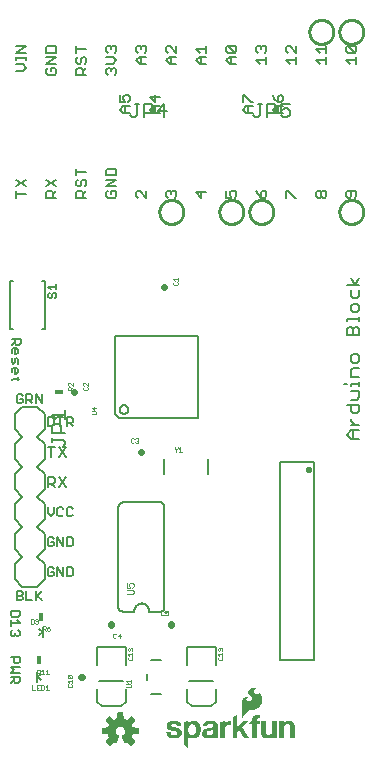
<source format=gbr>
G04 EAGLE Gerber RS-274X export*
G75*
%MOMM*%
%FSLAX34Y34*%
%LPD*%
%INSilkscreen Top*%
%IPPOS*%
%AMOC8*
5,1,8,0,0,1.08239X$1,22.5*%
G01*
%ADD10C,0.203200*%
%ADD11C,0.127000*%
%ADD12C,0.152400*%
%ADD13C,0.254000*%
%ADD14C,0.304800*%
%ADD15C,0.558800*%
%ADD16C,0.025400*%
%ADD17R,0.457200X0.762000*%
%ADD18R,0.762000X0.457200*%
%ADD19C,0.050800*%

G36*
X105840Y5226D02*
X105840Y5226D01*
X105948Y5236D01*
X105961Y5242D01*
X105975Y5244D01*
X106072Y5292D01*
X106171Y5337D01*
X106184Y5348D01*
X106193Y5352D01*
X106208Y5368D01*
X106285Y5430D01*
X108870Y8015D01*
X108933Y8104D01*
X108999Y8189D01*
X109004Y8202D01*
X109012Y8214D01*
X109043Y8317D01*
X109079Y8420D01*
X109079Y8434D01*
X109083Y8447D01*
X109079Y8555D01*
X109080Y8664D01*
X109075Y8677D01*
X109075Y8691D01*
X109037Y8793D01*
X109002Y8895D01*
X108993Y8910D01*
X108989Y8919D01*
X108975Y8936D01*
X108921Y9018D01*
X106157Y12408D01*
X106714Y13490D01*
X106720Y13510D01*
X106762Y13605D01*
X107133Y14764D01*
X111484Y15207D01*
X111588Y15235D01*
X111694Y15260D01*
X111706Y15267D01*
X111719Y15270D01*
X111809Y15331D01*
X111902Y15388D01*
X111910Y15399D01*
X111922Y15407D01*
X111988Y15493D01*
X112057Y15577D01*
X112061Y15590D01*
X112070Y15601D01*
X112104Y15704D01*
X112143Y15805D01*
X112144Y15823D01*
X112148Y15832D01*
X112148Y15854D01*
X112157Y15952D01*
X112157Y19608D01*
X112140Y19715D01*
X112126Y19823D01*
X112120Y19835D01*
X112118Y19849D01*
X112066Y19945D01*
X112019Y20042D01*
X112009Y20052D01*
X112003Y20064D01*
X111923Y20138D01*
X111847Y20215D01*
X111835Y20221D01*
X111825Y20231D01*
X111726Y20276D01*
X111629Y20324D01*
X111611Y20328D01*
X111602Y20332D01*
X111581Y20334D01*
X111484Y20353D01*
X107133Y20796D01*
X106762Y21955D01*
X106753Y21972D01*
X106751Y21980D01*
X106747Y21987D01*
X106714Y22070D01*
X106157Y23152D01*
X108921Y26542D01*
X108975Y26636D01*
X109032Y26728D01*
X109035Y26741D01*
X109042Y26753D01*
X109063Y26860D01*
X109088Y26965D01*
X109086Y26979D01*
X109089Y26993D01*
X109074Y27100D01*
X109064Y27208D01*
X109058Y27221D01*
X109056Y27235D01*
X109008Y27332D01*
X108963Y27431D01*
X108952Y27444D01*
X108948Y27453D01*
X108932Y27468D01*
X108870Y27545D01*
X106285Y30130D01*
X106196Y30193D01*
X106111Y30259D01*
X106098Y30264D01*
X106086Y30272D01*
X105983Y30303D01*
X105880Y30339D01*
X105866Y30339D01*
X105853Y30343D01*
X105745Y30339D01*
X105636Y30340D01*
X105623Y30335D01*
X105609Y30335D01*
X105507Y30297D01*
X105405Y30262D01*
X105390Y30253D01*
X105381Y30249D01*
X105364Y30235D01*
X105282Y30181D01*
X101892Y27417D01*
X100810Y27974D01*
X100790Y27980D01*
X100695Y28022D01*
X99536Y28393D01*
X99093Y32744D01*
X99065Y32848D01*
X99040Y32954D01*
X99033Y32966D01*
X99030Y32979D01*
X98969Y33069D01*
X98912Y33162D01*
X98901Y33170D01*
X98893Y33182D01*
X98807Y33248D01*
X98723Y33317D01*
X98710Y33321D01*
X98699Y33330D01*
X98596Y33364D01*
X98495Y33403D01*
X98477Y33404D01*
X98468Y33408D01*
X98446Y33408D01*
X98348Y33417D01*
X94692Y33417D01*
X94585Y33400D01*
X94477Y33386D01*
X94465Y33380D01*
X94451Y33378D01*
X94355Y33326D01*
X94258Y33279D01*
X94248Y33269D01*
X94236Y33263D01*
X94162Y33183D01*
X94085Y33107D01*
X94079Y33095D01*
X94069Y33085D01*
X94024Y32986D01*
X93976Y32889D01*
X93972Y32871D01*
X93968Y32862D01*
X93966Y32841D01*
X93947Y32744D01*
X93504Y28393D01*
X92345Y28022D01*
X92327Y28012D01*
X92230Y27974D01*
X91148Y27417D01*
X87758Y30181D01*
X87664Y30235D01*
X87572Y30292D01*
X87559Y30295D01*
X87547Y30302D01*
X87440Y30323D01*
X87335Y30348D01*
X87321Y30346D01*
X87307Y30349D01*
X87200Y30334D01*
X87092Y30324D01*
X87079Y30318D01*
X87066Y30316D01*
X86968Y30268D01*
X86869Y30223D01*
X86856Y30212D01*
X86847Y30208D01*
X86832Y30192D01*
X86755Y30130D01*
X84170Y27545D01*
X84107Y27456D01*
X84041Y27371D01*
X84036Y27358D01*
X84028Y27346D01*
X83997Y27243D01*
X83961Y27140D01*
X83961Y27126D01*
X83957Y27113D01*
X83961Y27005D01*
X83960Y26896D01*
X83965Y26883D01*
X83965Y26869D01*
X84003Y26767D01*
X84038Y26665D01*
X84047Y26650D01*
X84051Y26641D01*
X84065Y26624D01*
X84119Y26542D01*
X86883Y23152D01*
X86326Y22070D01*
X86320Y22050D01*
X86278Y21955D01*
X85907Y20796D01*
X81556Y20353D01*
X81452Y20325D01*
X81346Y20300D01*
X81334Y20293D01*
X81321Y20290D01*
X81231Y20229D01*
X81138Y20172D01*
X81130Y20161D01*
X81118Y20153D01*
X81052Y20067D01*
X80984Y19983D01*
X80979Y19970D01*
X80970Y19959D01*
X80936Y19856D01*
X80897Y19755D01*
X80896Y19737D01*
X80892Y19728D01*
X80893Y19706D01*
X80883Y19608D01*
X80883Y15952D01*
X80900Y15845D01*
X80914Y15737D01*
X80920Y15725D01*
X80922Y15711D01*
X80974Y15615D01*
X81021Y15518D01*
X81031Y15508D01*
X81037Y15496D01*
X81117Y15422D01*
X81193Y15345D01*
X81205Y15339D01*
X81216Y15329D01*
X81314Y15284D01*
X81411Y15236D01*
X81429Y15232D01*
X81438Y15228D01*
X81459Y15226D01*
X81556Y15207D01*
X85907Y14764D01*
X86278Y13605D01*
X86288Y13587D01*
X86326Y13490D01*
X86883Y12408D01*
X84119Y9018D01*
X84065Y8924D01*
X84008Y8832D01*
X84005Y8819D01*
X83998Y8807D01*
X83977Y8700D01*
X83952Y8595D01*
X83954Y8581D01*
X83951Y8567D01*
X83966Y8460D01*
X83976Y8352D01*
X83982Y8339D01*
X83984Y8326D01*
X84032Y8228D01*
X84077Y8129D01*
X84088Y8116D01*
X84092Y8107D01*
X84108Y8092D01*
X84170Y8015D01*
X86755Y5430D01*
X86844Y5367D01*
X86929Y5301D01*
X86942Y5296D01*
X86954Y5288D01*
X87057Y5257D01*
X87160Y5221D01*
X87174Y5221D01*
X87187Y5217D01*
X87295Y5221D01*
X87404Y5220D01*
X87417Y5225D01*
X87431Y5225D01*
X87533Y5263D01*
X87635Y5298D01*
X87650Y5307D01*
X87659Y5311D01*
X87676Y5325D01*
X87758Y5379D01*
X91148Y8143D01*
X92230Y7586D01*
X92283Y7569D01*
X92332Y7543D01*
X92398Y7532D01*
X92462Y7511D01*
X92518Y7512D01*
X92572Y7503D01*
X92639Y7514D01*
X92706Y7515D01*
X92758Y7533D01*
X92813Y7542D01*
X92873Y7574D01*
X92936Y7597D01*
X92979Y7631D01*
X93029Y7657D01*
X93075Y7706D01*
X93127Y7748D01*
X93158Y7795D01*
X93196Y7835D01*
X93252Y7940D01*
X93260Y7953D01*
X93261Y7958D01*
X93265Y7965D01*
X95418Y13162D01*
X95438Y13246D01*
X95443Y13258D01*
X95445Y13274D01*
X95470Y13360D01*
X95469Y13380D01*
X95474Y13400D01*
X95466Y13482D01*
X95467Y13501D01*
X95463Y13521D01*
X95459Y13604D01*
X95452Y13623D01*
X95450Y13643D01*
X95418Y13712D01*
X95412Y13739D01*
X95397Y13763D01*
X95370Y13832D01*
X95357Y13847D01*
X95349Y13865D01*
X95304Y13914D01*
X95284Y13946D01*
X95252Y13972D01*
X95213Y14018D01*
X95192Y14033D01*
X95182Y14043D01*
X95161Y14055D01*
X95098Y14099D01*
X95095Y14101D01*
X95094Y14101D01*
X95092Y14103D01*
X94208Y14598D01*
X93529Y15225D01*
X93015Y15994D01*
X92695Y16862D01*
X92587Y17779D01*
X92700Y18714D01*
X93031Y19595D01*
X93563Y20372D01*
X94264Y21001D01*
X95094Y21444D01*
X96006Y21678D01*
X96948Y21688D01*
X97864Y21474D01*
X98704Y21049D01*
X99418Y20436D01*
X99967Y19671D01*
X100318Y18797D01*
X100451Y17865D01*
X100359Y16928D01*
X100047Y16040D01*
X99532Y15252D01*
X98845Y14608D01*
X97946Y14102D01*
X97906Y14069D01*
X97864Y14047D01*
X97833Y14014D01*
X97785Y13979D01*
X97772Y13962D01*
X97756Y13949D01*
X97721Y13895D01*
X97697Y13869D01*
X97684Y13838D01*
X97642Y13781D01*
X97636Y13761D01*
X97625Y13743D01*
X97607Y13670D01*
X97597Y13647D01*
X97594Y13623D01*
X97571Y13548D01*
X97572Y13527D01*
X97567Y13506D01*
X97574Y13422D01*
X97573Y13404D01*
X97576Y13388D01*
X97579Y13304D01*
X97587Y13278D01*
X97588Y13263D01*
X97598Y13241D01*
X97622Y13162D01*
X97930Y12417D01*
X97931Y12417D01*
X98241Y11668D01*
X98551Y10919D01*
X98551Y10918D01*
X98862Y10170D01*
X98862Y10169D01*
X99172Y9420D01*
X99482Y8671D01*
X99483Y8671D01*
X99775Y7965D01*
X99804Y7918D01*
X99825Y7866D01*
X99868Y7815D01*
X99904Y7758D01*
X99947Y7723D01*
X99983Y7680D01*
X100040Y7646D01*
X100092Y7603D01*
X100144Y7584D01*
X100192Y7555D01*
X100258Y7541D01*
X100321Y7517D01*
X100376Y7515D01*
X100430Y7504D01*
X100497Y7511D01*
X100564Y7509D01*
X100618Y7525D01*
X100673Y7532D01*
X100784Y7576D01*
X100798Y7580D01*
X100802Y7583D01*
X100810Y7586D01*
X101892Y8143D01*
X105282Y5379D01*
X105376Y5325D01*
X105468Y5268D01*
X105481Y5265D01*
X105493Y5258D01*
X105600Y5237D01*
X105705Y5212D01*
X105719Y5214D01*
X105733Y5211D01*
X105840Y5226D01*
G37*
G36*
X199766Y29037D02*
X199766Y29037D01*
X199768Y29037D01*
X199968Y29337D01*
X200268Y29636D01*
X200268Y29637D01*
X200568Y30037D01*
X201068Y30536D01*
X201068Y30537D01*
X201568Y31137D01*
X202168Y31736D01*
X202168Y31737D01*
X202668Y32437D01*
X203968Y33736D01*
X203968Y33737D01*
X204468Y34336D01*
X204967Y34736D01*
X205467Y35136D01*
X205966Y35435D01*
X206564Y35535D01*
X208464Y35535D01*
X208465Y35535D01*
X209665Y35735D01*
X210765Y36035D01*
X210766Y36036D01*
X210766Y36035D01*
X211766Y36435D01*
X211766Y36436D01*
X211767Y36436D01*
X212767Y37036D01*
X213567Y37736D01*
X213568Y37736D01*
X214368Y38536D01*
X214368Y38537D01*
X215068Y39437D01*
X215068Y39438D01*
X216068Y41238D01*
X216069Y41239D01*
X216569Y43039D01*
X216568Y43039D01*
X216569Y43040D01*
X216669Y44840D01*
X216669Y44841D01*
X216369Y46441D01*
X216368Y46441D01*
X216369Y46442D01*
X215869Y47842D01*
X215868Y47842D01*
X215868Y47843D01*
X215168Y49043D01*
X214368Y49943D01*
X214367Y49943D01*
X214366Y49944D01*
X213566Y50344D01*
X213565Y50344D01*
X213565Y50345D01*
X213563Y50344D01*
X213560Y50343D01*
X213560Y50341D01*
X213559Y50340D01*
X213559Y49541D01*
X213459Y49242D01*
X213360Y48943D01*
X213062Y48745D01*
X212763Y48645D01*
X212065Y48645D01*
X211266Y49044D01*
X210967Y49244D01*
X210567Y49544D01*
X210267Y49744D01*
X209968Y50043D01*
X209768Y50442D01*
X209768Y50443D01*
X209569Y50742D01*
X209469Y51141D01*
X209469Y51142D01*
X209369Y51440D01*
X209469Y51738D01*
X209568Y51938D01*
X209569Y51938D01*
X209669Y52238D01*
X209868Y52537D01*
X210267Y52836D01*
X210666Y53035D01*
X211165Y53135D01*
X211565Y53235D01*
X211863Y53235D01*
X212162Y53135D01*
X212163Y53136D01*
X212164Y53135D01*
X212464Y53135D01*
X212465Y53136D01*
X212467Y53136D01*
X212467Y53138D01*
X212469Y53139D01*
X212467Y53141D01*
X212468Y53144D01*
X212368Y53244D01*
X212367Y53244D01*
X211967Y53544D01*
X211966Y53544D01*
X211366Y53844D01*
X211366Y53845D01*
X210566Y54145D01*
X209666Y54445D01*
X209665Y54444D01*
X209664Y54445D01*
X208664Y54445D01*
X208663Y54445D01*
X207563Y54245D01*
X207562Y54244D01*
X206462Y53644D01*
X206461Y53644D01*
X205561Y52844D01*
X205561Y52843D01*
X205560Y52843D01*
X205060Y52143D01*
X205060Y52142D01*
X205059Y52142D01*
X204759Y51242D01*
X204759Y51241D01*
X204760Y51241D01*
X204759Y51240D01*
X204759Y50440D01*
X204760Y50439D01*
X204759Y50439D01*
X204959Y49539D01*
X204960Y49538D01*
X205460Y48638D01*
X205460Y48637D01*
X206160Y47837D01*
X206960Y46937D01*
X207660Y46137D01*
X207959Y45439D01*
X207959Y44741D01*
X207760Y44143D01*
X207361Y43644D01*
X206762Y43245D01*
X205963Y43045D01*
X205164Y43045D01*
X204665Y43145D01*
X204166Y43344D01*
X203867Y43544D01*
X203568Y43843D01*
X203369Y44242D01*
X203269Y44541D01*
X203269Y44839D01*
X203369Y45138D01*
X203568Y45437D01*
X203967Y45836D01*
X204266Y45935D01*
X204266Y45936D01*
X204666Y46136D01*
X204667Y46137D01*
X204668Y46136D01*
X204768Y46236D01*
X204768Y46237D01*
X204768Y46239D01*
X204768Y46243D01*
X204767Y46243D01*
X204766Y46244D01*
X204566Y46344D01*
X204565Y46344D01*
X204564Y46345D01*
X204365Y46345D01*
X203965Y46445D01*
X203964Y46444D01*
X203964Y46445D01*
X203164Y46445D01*
X203163Y46445D01*
X202563Y46345D01*
X202563Y46344D01*
X202562Y46345D01*
X201562Y45945D01*
X201562Y45944D01*
X201561Y45944D01*
X201161Y45644D01*
X200661Y45344D01*
X200661Y45343D01*
X200660Y45343D01*
X200360Y44843D01*
X200360Y44842D01*
X200060Y44242D01*
X200059Y44242D01*
X199859Y43642D01*
X199860Y43641D01*
X199859Y43641D01*
X199659Y41841D01*
X199659Y41840D01*
X199659Y29040D01*
X199663Y29035D01*
X199664Y29035D01*
X199764Y29035D01*
X199766Y29037D01*
G37*
G36*
X153965Y3536D02*
X153965Y3536D01*
X153967Y3536D01*
X153967Y3538D01*
X153969Y3540D01*
X153969Y13735D01*
X154062Y13735D01*
X154460Y13237D01*
X154860Y12737D01*
X154861Y12737D01*
X154861Y12736D01*
X155861Y12136D01*
X155862Y12136D01*
X156462Y11836D01*
X156463Y11836D01*
X156463Y11835D01*
X158263Y11535D01*
X158264Y11536D01*
X158265Y11535D01*
X159765Y11735D01*
X159765Y11736D01*
X159766Y11735D01*
X160966Y12135D01*
X160966Y12136D01*
X160967Y12136D01*
X162067Y12936D01*
X162067Y12937D01*
X162068Y12936D01*
X162968Y13836D01*
X162968Y13837D01*
X162968Y13838D01*
X163568Y14938D01*
X163569Y14938D01*
X164069Y16138D01*
X164068Y16139D01*
X164069Y16139D01*
X164369Y17439D01*
X164369Y17440D01*
X164371Y17463D01*
X164371Y17464D01*
X164372Y17478D01*
X164376Y17533D01*
X164377Y17548D01*
X164381Y17603D01*
X164382Y17618D01*
X164386Y17672D01*
X164387Y17687D01*
X164391Y17742D01*
X164392Y17757D01*
X164396Y17811D01*
X164397Y17826D01*
X164400Y17881D01*
X164401Y17881D01*
X164400Y17881D01*
X164402Y17896D01*
X164405Y17950D01*
X164407Y17965D01*
X164410Y18020D01*
X164411Y18035D01*
X164412Y18035D01*
X164415Y18090D01*
X164416Y18104D01*
X164420Y18159D01*
X164421Y18174D01*
X164425Y18229D01*
X164426Y18244D01*
X164430Y18298D01*
X164431Y18313D01*
X164435Y18368D01*
X164436Y18383D01*
X164440Y18437D01*
X164441Y18452D01*
X164445Y18507D01*
X164446Y18522D01*
X164450Y18576D01*
X164450Y18577D01*
X164451Y18591D01*
X164455Y18646D01*
X164456Y18661D01*
X164460Y18716D01*
X164461Y18731D01*
X164465Y18785D01*
X164466Y18800D01*
X164469Y18840D01*
X164369Y20340D01*
X164369Y20341D01*
X164069Y21741D01*
X163669Y23041D01*
X163668Y23042D01*
X163668Y23043D01*
X162968Y24143D01*
X162068Y25143D01*
X162067Y25143D01*
X162067Y25144D01*
X160967Y25844D01*
X160966Y25844D01*
X160966Y25845D01*
X159566Y26345D01*
X159565Y26344D01*
X159564Y26345D01*
X159541Y26347D01*
X159540Y26347D01*
X159466Y26352D01*
X159392Y26357D01*
X159391Y26357D01*
X159317Y26361D01*
X159242Y26366D01*
X159168Y26371D01*
X159093Y26376D01*
X159019Y26381D01*
X158944Y26386D01*
X158870Y26391D01*
X158795Y26396D01*
X158721Y26401D01*
X158646Y26406D01*
X158572Y26411D01*
X158497Y26416D01*
X158423Y26421D01*
X158422Y26421D01*
X158348Y26426D01*
X158274Y26431D01*
X158273Y26431D01*
X158199Y26436D01*
X158124Y26441D01*
X158064Y26445D01*
X157364Y26445D01*
X157363Y26445D01*
X156163Y26245D01*
X156162Y26244D01*
X156161Y26244D01*
X155161Y25644D01*
X154661Y25244D01*
X154660Y25244D01*
X154260Y24844D01*
X154260Y24843D01*
X153869Y24354D01*
X153869Y26140D01*
X153868Y26141D01*
X153865Y26145D01*
X153864Y26144D01*
X153863Y26145D01*
X152863Y25945D01*
X152463Y25845D01*
X151963Y25745D01*
X151563Y25645D01*
X151064Y25645D01*
X151063Y25645D01*
X150563Y25545D01*
X150163Y25445D01*
X150160Y25441D01*
X150159Y25440D01*
X150159Y6940D01*
X150161Y6938D01*
X150161Y6936D01*
X150661Y6536D01*
X151560Y5636D01*
X151561Y5636D01*
X153061Y4436D01*
X153960Y3536D01*
X153962Y3536D01*
X153963Y3535D01*
X153965Y3536D01*
G37*
G36*
X171065Y11536D02*
X171065Y11536D01*
X171066Y11535D01*
X171365Y11635D01*
X171764Y11635D01*
X171765Y11636D01*
X171766Y11635D01*
X172065Y11735D01*
X172364Y11735D01*
X172365Y11736D01*
X172366Y11735D01*
X173566Y12135D01*
X173566Y12136D01*
X173567Y12136D01*
X173866Y12336D01*
X174166Y12435D01*
X174166Y12436D01*
X174167Y12436D01*
X174467Y12636D01*
X174467Y12637D01*
X174468Y12636D01*
X174667Y12836D01*
X174967Y13036D01*
X174967Y13037D01*
X174968Y13037D01*
X175159Y13324D01*
X175159Y12740D01*
X175161Y12738D01*
X175160Y12736D01*
X175259Y12638D01*
X175259Y12340D01*
X175261Y12338D01*
X175260Y12336D01*
X175359Y12238D01*
X175359Y12140D01*
X175361Y12138D01*
X175360Y12136D01*
X175459Y12038D01*
X175459Y11940D01*
X175463Y11935D01*
X175464Y11935D01*
X179364Y11935D01*
X179369Y11939D01*
X179369Y11940D01*
X179369Y12040D01*
X179367Y12042D01*
X179368Y12044D01*
X179268Y12143D01*
X179169Y12341D01*
X179169Y12640D01*
X179168Y12641D01*
X179168Y12642D01*
X179069Y12841D01*
X179069Y13040D01*
X179068Y13041D01*
X179068Y13042D01*
X178969Y13241D01*
X178969Y14140D01*
X178968Y14141D01*
X178968Y14142D01*
X178869Y14341D01*
X178869Y23040D01*
X178869Y23041D01*
X178769Y23541D01*
X178768Y23541D01*
X178769Y23542D01*
X178569Y24042D01*
X178568Y24042D01*
X178368Y24442D01*
X178368Y24443D01*
X178068Y24843D01*
X178067Y24843D01*
X178067Y24844D01*
X176867Y25744D01*
X176866Y25744D01*
X176866Y25745D01*
X176366Y25945D01*
X176365Y25944D01*
X176365Y25945D01*
X175865Y26045D01*
X175366Y26245D01*
X175365Y26244D01*
X175365Y26245D01*
X174865Y26345D01*
X174864Y26345D01*
X174264Y26345D01*
X173765Y26445D01*
X173764Y26445D01*
X171464Y26445D01*
X171463Y26445D01*
X170963Y26345D01*
X170363Y26245D01*
X170363Y26244D01*
X170362Y26245D01*
X169763Y26045D01*
X169263Y25945D01*
X169263Y25944D01*
X169262Y25945D01*
X168762Y25745D01*
X168762Y25744D01*
X168761Y25744D01*
X167761Y25144D01*
X167361Y24844D01*
X167361Y24843D01*
X167360Y24843D01*
X167060Y24443D01*
X166760Y23943D01*
X166460Y23543D01*
X166460Y23542D01*
X166459Y23542D01*
X166259Y22942D01*
X166260Y22941D01*
X166259Y22941D01*
X166259Y22939D01*
X166257Y22929D01*
X166255Y22919D01*
X166254Y22909D01*
X166252Y22899D01*
X166251Y22889D01*
X166250Y22889D01*
X166251Y22889D01*
X166249Y22879D01*
X166247Y22869D01*
X166246Y22859D01*
X166244Y22850D01*
X166244Y22849D01*
X166242Y22840D01*
X166241Y22830D01*
X166239Y22820D01*
X166237Y22810D01*
X166236Y22800D01*
X166234Y22790D01*
X166232Y22780D01*
X166231Y22770D01*
X166229Y22760D01*
X166227Y22750D01*
X166226Y22740D01*
X166224Y22730D01*
X166222Y22720D01*
X166221Y22710D01*
X166219Y22700D01*
X166217Y22691D01*
X166217Y22690D01*
X166216Y22681D01*
X166214Y22671D01*
X166212Y22661D01*
X166211Y22651D01*
X166209Y22641D01*
X166207Y22631D01*
X166206Y22621D01*
X166204Y22611D01*
X166202Y22601D01*
X166201Y22591D01*
X166199Y22581D01*
X166198Y22571D01*
X166197Y22571D01*
X166198Y22571D01*
X166196Y22561D01*
X166194Y22551D01*
X166193Y22541D01*
X166191Y22532D01*
X166191Y22531D01*
X166189Y22522D01*
X166188Y22512D01*
X166186Y22502D01*
X166184Y22492D01*
X166183Y22482D01*
X166181Y22472D01*
X166179Y22462D01*
X166178Y22452D01*
X166176Y22442D01*
X166174Y22432D01*
X166173Y22422D01*
X166171Y22412D01*
X166169Y22402D01*
X166168Y22392D01*
X166166Y22382D01*
X166164Y22373D01*
X166164Y22372D01*
X166163Y22363D01*
X166161Y22353D01*
X166159Y22343D01*
X166159Y22341D01*
X166158Y22333D01*
X166156Y22323D01*
X166154Y22313D01*
X166153Y22303D01*
X166151Y22293D01*
X166149Y22283D01*
X166148Y22273D01*
X166146Y22263D01*
X166145Y22253D01*
X166144Y22253D01*
X166145Y22253D01*
X166143Y22243D01*
X166141Y22233D01*
X166140Y22223D01*
X166138Y22214D01*
X166138Y22213D01*
X166136Y22204D01*
X166135Y22194D01*
X166133Y22184D01*
X166131Y22174D01*
X166130Y22164D01*
X166128Y22154D01*
X166126Y22144D01*
X166125Y22134D01*
X166123Y22124D01*
X166121Y22114D01*
X166120Y22104D01*
X166118Y22094D01*
X166116Y22084D01*
X166115Y22074D01*
X166113Y22064D01*
X166111Y22055D01*
X166111Y22054D01*
X166110Y22045D01*
X166108Y22035D01*
X166106Y22025D01*
X166105Y22015D01*
X166103Y22005D01*
X166101Y21995D01*
X166100Y21985D01*
X166098Y21975D01*
X166096Y21965D01*
X166095Y21955D01*
X166093Y21945D01*
X166092Y21935D01*
X166091Y21935D01*
X166092Y21935D01*
X166090Y21925D01*
X166088Y21915D01*
X166087Y21905D01*
X166085Y21896D01*
X166085Y21895D01*
X166083Y21886D01*
X166082Y21876D01*
X166080Y21866D01*
X166078Y21856D01*
X166077Y21846D01*
X166075Y21836D01*
X166073Y21826D01*
X166072Y21816D01*
X166070Y21806D01*
X166068Y21796D01*
X166067Y21786D01*
X166065Y21776D01*
X166063Y21766D01*
X166062Y21756D01*
X166060Y21746D01*
X166059Y21741D01*
X166060Y21740D01*
X166063Y21735D01*
X166063Y21736D01*
X166064Y21735D01*
X169964Y21735D01*
X169969Y21739D01*
X169969Y21740D01*
X169969Y22239D01*
X170068Y22438D01*
X170069Y22438D01*
X170169Y22738D01*
X170268Y22937D01*
X170667Y23336D01*
X171665Y23835D01*
X173463Y23835D01*
X173662Y23736D01*
X173663Y23736D01*
X173664Y23735D01*
X173863Y23735D01*
X174460Y23436D01*
X174560Y23238D01*
X174561Y23237D01*
X174560Y23236D01*
X174660Y23137D01*
X174959Y22539D01*
X174959Y21442D01*
X174661Y21044D01*
X174162Y20745D01*
X173563Y20545D01*
X172863Y20345D01*
X172163Y20245D01*
X169463Y19945D01*
X168663Y19745D01*
X168662Y19745D01*
X167862Y19445D01*
X167862Y19444D01*
X167162Y19044D01*
X167161Y19044D01*
X166461Y18444D01*
X166461Y18443D01*
X166460Y18442D01*
X166060Y17742D01*
X166059Y17742D01*
X165759Y16842D01*
X165759Y16841D01*
X165559Y15741D01*
X165560Y15740D01*
X165559Y15739D01*
X165659Y15240D01*
X165659Y14740D01*
X165660Y14739D01*
X165660Y14738D01*
X165859Y14338D01*
X165959Y13839D01*
X165960Y13838D01*
X165960Y13837D01*
X166160Y13537D01*
X166460Y13137D01*
X166660Y12837D01*
X166661Y12837D01*
X166660Y12836D01*
X166960Y12536D01*
X166962Y12536D01*
X167362Y12336D01*
X167661Y12136D01*
X167662Y12136D01*
X168062Y11936D01*
X168062Y11935D01*
X168562Y11735D01*
X168563Y11736D01*
X168563Y11735D01*
X168963Y11635D01*
X168964Y11636D01*
X168964Y11635D01*
X169464Y11635D01*
X169963Y11535D01*
X169964Y11535D01*
X171064Y11535D01*
X171065Y11536D01*
G37*
G36*
X195569Y11939D02*
X195569Y11939D01*
X195569Y11940D01*
X195569Y16838D01*
X197063Y18232D01*
X200960Y11937D01*
X200963Y11936D01*
X200964Y11935D01*
X205664Y11935D01*
X205665Y11936D01*
X205666Y11936D01*
X205667Y11937D01*
X205669Y11939D01*
X205668Y11941D01*
X205668Y11943D01*
X199770Y20939D01*
X205068Y26136D01*
X205068Y26138D01*
X205069Y26139D01*
X205068Y26141D01*
X205068Y26143D01*
X205066Y26143D01*
X205064Y26145D01*
X200464Y26145D01*
X200462Y26143D01*
X200460Y26143D01*
X195569Y21052D01*
X195569Y31440D01*
X195568Y31441D01*
X195569Y31442D01*
X195567Y31442D01*
X195565Y31445D01*
X195563Y31444D01*
X195562Y31444D01*
X191662Y29344D01*
X191661Y29342D01*
X191660Y29341D01*
X191659Y29340D01*
X191659Y11940D01*
X191663Y11935D01*
X191664Y11935D01*
X195564Y11935D01*
X195569Y11939D01*
G37*
G36*
X234969Y11939D02*
X234969Y11939D01*
X234969Y11940D01*
X234969Y20340D01*
X235069Y21239D01*
X235369Y21938D01*
X235668Y22437D01*
X236067Y22936D01*
X236566Y23235D01*
X237165Y23335D01*
X237964Y23435D01*
X238563Y23335D01*
X239062Y23235D01*
X239561Y22936D01*
X239860Y22537D01*
X240159Y22038D01*
X240259Y21439D01*
X240359Y20739D01*
X240459Y19940D01*
X240459Y11940D01*
X240463Y11935D01*
X240464Y11935D01*
X244364Y11935D01*
X244369Y11939D01*
X244369Y11940D01*
X244369Y20640D01*
X244269Y21940D01*
X244269Y21941D01*
X244069Y23041D01*
X243769Y24041D01*
X243768Y24042D01*
X243768Y24043D01*
X243268Y24843D01*
X243268Y24844D01*
X242568Y25544D01*
X242567Y25544D01*
X242566Y25544D01*
X241666Y26044D01*
X241665Y26045D01*
X240565Y26345D01*
X240564Y26345D01*
X240503Y26349D01*
X240433Y26354D01*
X240364Y26359D01*
X240294Y26364D01*
X240225Y26369D01*
X240224Y26369D01*
X240155Y26374D01*
X240085Y26379D01*
X240016Y26384D01*
X239946Y26389D01*
X239877Y26394D01*
X239807Y26399D01*
X239738Y26404D01*
X239737Y26404D01*
X239668Y26409D01*
X239598Y26414D01*
X239529Y26419D01*
X239459Y26424D01*
X239390Y26429D01*
X239320Y26434D01*
X239251Y26439D01*
X239181Y26444D01*
X239164Y26445D01*
X238564Y26445D01*
X238563Y26445D01*
X237963Y26345D01*
X237963Y26344D01*
X237962Y26345D01*
X236762Y25945D01*
X236762Y25944D01*
X236761Y25944D01*
X236161Y25544D01*
X235661Y25144D01*
X235660Y25144D01*
X235260Y24744D01*
X235260Y24743D01*
X234861Y24145D01*
X234769Y24145D01*
X234769Y26140D01*
X234765Y26145D01*
X234764Y26145D01*
X231064Y26145D01*
X231059Y26141D01*
X231059Y26140D01*
X231059Y11940D01*
X231063Y11935D01*
X231064Y11935D01*
X234964Y11935D01*
X234969Y11939D01*
G37*
G36*
X220864Y11536D02*
X220864Y11536D01*
X220865Y11535D01*
X221465Y11635D01*
X222165Y11735D01*
X222165Y11736D01*
X222166Y11735D01*
X222766Y11935D01*
X223266Y12135D01*
X223266Y12136D01*
X223866Y12436D01*
X223867Y12436D01*
X224367Y12836D01*
X224367Y12837D01*
X224368Y12837D01*
X224768Y13337D01*
X225167Y13935D01*
X225259Y13935D01*
X225259Y11940D01*
X225263Y11935D01*
X225264Y11935D01*
X228964Y11935D01*
X228969Y11939D01*
X228969Y11940D01*
X228969Y26140D01*
X228965Y26145D01*
X228964Y26145D01*
X225064Y26145D01*
X225059Y26141D01*
X225059Y26140D01*
X225059Y17640D01*
X225058Y17632D01*
X225057Y17627D01*
X225057Y17622D01*
X225053Y17593D01*
X225052Y17588D01*
X225052Y17583D01*
X225048Y17553D01*
X225047Y17548D01*
X225047Y17543D01*
X225043Y17513D01*
X225043Y17508D01*
X225042Y17508D01*
X225043Y17508D01*
X225042Y17503D01*
X225038Y17473D01*
X225038Y17468D01*
X225037Y17463D01*
X225033Y17434D01*
X225033Y17429D01*
X225032Y17424D01*
X225028Y17394D01*
X225028Y17389D01*
X225027Y17384D01*
X225023Y17354D01*
X225023Y17349D01*
X225022Y17344D01*
X225018Y17314D01*
X225018Y17309D01*
X225017Y17304D01*
X225013Y17275D01*
X225013Y17270D01*
X225012Y17265D01*
X225008Y17235D01*
X225008Y17230D01*
X225007Y17225D01*
X225003Y17195D01*
X225003Y17190D01*
X225002Y17185D01*
X224998Y17155D01*
X224998Y17150D01*
X224997Y17145D01*
X224993Y17116D01*
X224993Y17111D01*
X224992Y17106D01*
X224988Y17076D01*
X224988Y17071D01*
X224987Y17066D01*
X224984Y17036D01*
X224983Y17036D01*
X224984Y17036D01*
X224983Y17031D01*
X224982Y17026D01*
X224979Y16996D01*
X224978Y16991D01*
X224977Y16986D01*
X224974Y16957D01*
X224973Y16952D01*
X224972Y16947D01*
X224969Y16917D01*
X224968Y16912D01*
X224967Y16907D01*
X224964Y16877D01*
X224963Y16872D01*
X224962Y16867D01*
X224959Y16841D01*
X224659Y16142D01*
X224360Y15543D01*
X223961Y15144D01*
X223462Y14845D01*
X222863Y14745D01*
X222064Y14645D01*
X221465Y14745D01*
X220966Y14845D01*
X220467Y15144D01*
X220168Y15543D01*
X219869Y15942D01*
X219769Y16541D01*
X219569Y18140D01*
X219569Y26140D01*
X219565Y26145D01*
X219564Y26145D01*
X215764Y26145D01*
X215759Y26141D01*
X215759Y26140D01*
X215759Y16140D01*
X215759Y16139D01*
X215959Y15039D01*
X216259Y14039D01*
X216260Y14038D01*
X216760Y13138D01*
X216761Y13137D01*
X216761Y13136D01*
X217461Y12536D01*
X217462Y12536D01*
X218362Y12036D01*
X218362Y12035D01*
X219462Y11635D01*
X219463Y11636D01*
X219464Y11635D01*
X220864Y11535D01*
X220864Y11536D01*
G37*
G36*
X143264Y11635D02*
X143264Y11635D01*
X143265Y11635D01*
X144465Y11835D01*
X145565Y12135D01*
X145566Y12136D01*
X146566Y12636D01*
X146567Y12636D01*
X147367Y13336D01*
X147367Y13337D01*
X147368Y13337D01*
X147968Y14137D01*
X147968Y14138D01*
X147969Y14138D01*
X148369Y15238D01*
X148368Y15239D01*
X148369Y15239D01*
X148569Y16539D01*
X148568Y16540D01*
X148569Y16541D01*
X148469Y17441D01*
X148468Y17441D01*
X148469Y17442D01*
X148169Y18142D01*
X148168Y18142D01*
X148168Y18143D01*
X147768Y18743D01*
X147767Y18743D01*
X147767Y18744D01*
X147167Y19244D01*
X147166Y19244D01*
X145766Y20044D01*
X145765Y20045D01*
X144865Y20245D01*
X142465Y20845D01*
X141665Y20945D01*
X141066Y21145D01*
X140467Y21444D01*
X140068Y21744D01*
X139769Y22142D01*
X139669Y22541D01*
X139669Y22939D01*
X139868Y23237D01*
X140067Y23536D01*
X140365Y23635D01*
X140765Y23735D01*
X140766Y23735D01*
X141065Y23835D01*
X142763Y23835D01*
X143262Y23636D01*
X143662Y23436D01*
X143960Y23236D01*
X144160Y22938D01*
X144359Y22439D01*
X144459Y21939D01*
X144463Y21936D01*
X144464Y21935D01*
X148164Y21935D01*
X148165Y21936D01*
X148169Y21939D01*
X148168Y21940D01*
X148169Y21941D01*
X147969Y23141D01*
X147968Y23141D01*
X147968Y23142D01*
X147468Y24142D01*
X147468Y24143D01*
X146868Y24943D01*
X146867Y24943D01*
X146867Y24944D01*
X146067Y25544D01*
X146066Y25544D01*
X146066Y25545D01*
X145166Y25945D01*
X145166Y25944D01*
X145165Y25945D01*
X144165Y26245D01*
X143065Y26445D01*
X143064Y26445D01*
X140764Y26445D01*
X140763Y26445D01*
X139663Y26245D01*
X138663Y26045D01*
X138663Y26044D01*
X138662Y26044D01*
X137662Y25544D01*
X137661Y25544D01*
X136961Y24944D01*
X136961Y24943D01*
X136960Y24943D01*
X136260Y24143D01*
X136260Y24142D01*
X136259Y24142D01*
X135859Y23142D01*
X135860Y23141D01*
X135859Y23140D01*
X135759Y21940D01*
X135759Y21939D01*
X135859Y21039D01*
X135860Y21039D01*
X135859Y21038D01*
X136159Y20338D01*
X136160Y20338D01*
X136160Y20337D01*
X136560Y19737D01*
X136561Y19737D01*
X136561Y19736D01*
X137161Y19336D01*
X137162Y19336D01*
X137862Y18936D01*
X137862Y18935D01*
X138562Y18635D01*
X139362Y18335D01*
X139363Y18336D01*
X139363Y18335D01*
X140263Y18135D01*
X141263Y17935D01*
X142863Y17535D01*
X143462Y17335D01*
X143961Y17036D01*
X144360Y16737D01*
X144559Y16338D01*
X144659Y15940D01*
X144559Y15541D01*
X144460Y15143D01*
X144161Y14844D01*
X143761Y14544D01*
X143362Y14345D01*
X142963Y14245D01*
X142564Y14245D01*
X142563Y14244D01*
X142563Y14245D01*
X142164Y14145D01*
X141565Y14245D01*
X141065Y14345D01*
X140466Y14445D01*
X140067Y14744D01*
X139668Y15044D01*
X139368Y15443D01*
X139169Y15941D01*
X139169Y16540D01*
X139165Y16545D01*
X139164Y16545D01*
X135464Y16545D01*
X135459Y16541D01*
X135460Y16540D01*
X135459Y16539D01*
X135659Y15239D01*
X135660Y15239D01*
X135659Y15238D01*
X136059Y14238D01*
X136060Y14238D01*
X136060Y14237D01*
X136760Y13337D01*
X136761Y13337D01*
X136761Y13336D01*
X137561Y12636D01*
X137562Y12636D01*
X138562Y12136D01*
X138563Y12135D01*
X139663Y11835D01*
X140863Y11635D01*
X140864Y11635D01*
X142064Y11535D01*
X143264Y11635D01*
G37*
G36*
X211869Y11939D02*
X211869Y11939D01*
X211869Y11940D01*
X211869Y23535D01*
X214564Y23535D01*
X214569Y23539D01*
X214569Y23540D01*
X214569Y26140D01*
X214565Y26145D01*
X214564Y26145D01*
X211869Y26145D01*
X211869Y26939D01*
X211969Y27339D01*
X211968Y27340D01*
X211969Y27340D01*
X211969Y27739D01*
X212068Y27938D01*
X212267Y28236D01*
X212666Y28435D01*
X213065Y28535D01*
X214764Y28535D01*
X214769Y28539D01*
X214769Y28540D01*
X214769Y31340D01*
X214767Y31343D01*
X214766Y31344D01*
X214566Y31444D01*
X214565Y31444D01*
X214564Y31445D01*
X211664Y31445D01*
X211663Y31444D01*
X211663Y31445D01*
X210663Y31145D01*
X210662Y31144D01*
X209862Y30744D01*
X209861Y30744D01*
X209161Y30244D01*
X209161Y30243D01*
X209160Y30243D01*
X208660Y29643D01*
X208660Y29642D01*
X208659Y29642D01*
X208359Y28942D01*
X208059Y28142D01*
X208060Y28141D01*
X208059Y28140D01*
X208059Y26145D01*
X206864Y26145D01*
X206862Y26143D01*
X206860Y26143D01*
X206560Y25744D01*
X206161Y25444D01*
X206160Y25444D01*
X204561Y23844D01*
X204161Y23544D01*
X204161Y23542D01*
X204159Y23541D01*
X204160Y23540D01*
X204160Y23538D01*
X204162Y23537D01*
X204164Y23535D01*
X208059Y23535D01*
X208059Y11940D01*
X208063Y11935D01*
X208064Y11935D01*
X211864Y11935D01*
X211869Y11939D01*
G37*
G36*
X184969Y11939D02*
X184969Y11939D01*
X184969Y11940D01*
X184969Y19239D01*
X185169Y20139D01*
X185369Y20838D01*
X185768Y21537D01*
X186267Y22136D01*
X186966Y22535D01*
X187765Y22735D01*
X188765Y22835D01*
X189863Y22835D01*
X190062Y22736D01*
X190063Y22736D01*
X190064Y22735D01*
X190164Y22735D01*
X190169Y22739D01*
X190169Y22740D01*
X190169Y26340D01*
X190165Y26345D01*
X190164Y26345D01*
X190066Y26345D01*
X189968Y26444D01*
X189965Y26444D01*
X189964Y26445D01*
X188564Y26445D01*
X188563Y26444D01*
X188563Y26445D01*
X187863Y26245D01*
X187862Y26245D01*
X187262Y26045D01*
X187262Y26044D01*
X186562Y25644D01*
X186561Y25644D01*
X186061Y25244D01*
X186061Y25243D01*
X186060Y25243D01*
X185560Y24643D01*
X185160Y24143D01*
X185160Y24142D01*
X184769Y23459D01*
X184769Y26140D01*
X184769Y26141D01*
X184768Y26141D01*
X184765Y26145D01*
X184764Y26144D01*
X184763Y26145D01*
X184363Y26045D01*
X183863Y25945D01*
X183363Y25845D01*
X182963Y25745D01*
X182464Y25645D01*
X181964Y25645D01*
X181963Y25644D01*
X181963Y25645D01*
X181563Y25545D01*
X181063Y25445D01*
X181061Y25442D01*
X181059Y25441D01*
X181060Y25440D01*
X181059Y25440D01*
X181059Y11940D01*
X181063Y11935D01*
X181064Y11935D01*
X184964Y11935D01*
X184969Y11939D01*
G37*
%LPC*%
G36*
X156365Y14645D02*
X156365Y14645D01*
X155666Y14844D01*
X155067Y15344D01*
X154568Y15843D01*
X154269Y16542D01*
X154069Y17341D01*
X153869Y18141D01*
X153869Y19840D01*
X153870Y19852D01*
X153871Y19852D01*
X153871Y19857D01*
X153872Y19862D01*
X153872Y19867D01*
X153875Y19892D01*
X153876Y19896D01*
X153876Y19897D01*
X153877Y19901D01*
X153877Y19906D01*
X153880Y19931D01*
X153881Y19936D01*
X153882Y19941D01*
X153882Y19946D01*
X153885Y19971D01*
X153886Y19976D01*
X153887Y19981D01*
X153887Y19986D01*
X153890Y20011D01*
X153891Y20016D01*
X153892Y20021D01*
X153892Y20026D01*
X153895Y20051D01*
X153896Y20055D01*
X153896Y20056D01*
X153897Y20060D01*
X153897Y20065D01*
X153900Y20090D01*
X153901Y20095D01*
X153902Y20100D01*
X153902Y20105D01*
X153905Y20130D01*
X153906Y20135D01*
X153907Y20140D01*
X153907Y20145D01*
X153910Y20170D01*
X153911Y20175D01*
X153911Y20180D01*
X153912Y20180D01*
X153911Y20180D01*
X153912Y20185D01*
X153915Y20210D01*
X153916Y20214D01*
X153916Y20215D01*
X153916Y20219D01*
X153917Y20224D01*
X153920Y20249D01*
X153921Y20254D01*
X153921Y20259D01*
X153922Y20264D01*
X153925Y20289D01*
X153926Y20294D01*
X153926Y20299D01*
X153927Y20304D01*
X153930Y20329D01*
X153931Y20334D01*
X153931Y20339D01*
X153932Y20344D01*
X153935Y20369D01*
X153936Y20373D01*
X153936Y20374D01*
X153936Y20378D01*
X153937Y20383D01*
X153940Y20408D01*
X153941Y20413D01*
X153941Y20418D01*
X153942Y20423D01*
X153945Y20448D01*
X153946Y20453D01*
X153946Y20458D01*
X153947Y20463D01*
X153950Y20488D01*
X153951Y20493D01*
X153951Y20498D01*
X153952Y20503D01*
X153955Y20528D01*
X153956Y20532D01*
X153956Y20533D01*
X153956Y20537D01*
X153957Y20542D01*
X153960Y20567D01*
X153961Y20572D01*
X153961Y20577D01*
X153962Y20582D01*
X153965Y20607D01*
X153966Y20612D01*
X153966Y20617D01*
X153967Y20622D01*
X153969Y20639D01*
X154269Y21438D01*
X154568Y22137D01*
X155068Y22736D01*
X155567Y23136D01*
X156365Y23435D01*
X157164Y23535D01*
X158063Y23435D01*
X158762Y23136D01*
X159361Y22736D01*
X159860Y22137D01*
X160159Y21438D01*
X160459Y20639D01*
X160559Y19840D01*
X160559Y18140D01*
X160558Y18131D01*
X160557Y18126D01*
X160557Y18121D01*
X160553Y18091D01*
X160552Y18086D01*
X160552Y18081D01*
X160548Y18051D01*
X160547Y18046D01*
X160547Y18041D01*
X160543Y18011D01*
X160542Y18006D01*
X160542Y18001D01*
X160538Y17972D01*
X160537Y17967D01*
X160537Y17962D01*
X160533Y17932D01*
X160532Y17927D01*
X160532Y17922D01*
X160528Y17892D01*
X160527Y17887D01*
X160527Y17882D01*
X160523Y17852D01*
X160522Y17847D01*
X160522Y17842D01*
X160518Y17813D01*
X160517Y17808D01*
X160517Y17803D01*
X160513Y17773D01*
X160512Y17768D01*
X160512Y17763D01*
X160508Y17733D01*
X160508Y17728D01*
X160507Y17728D01*
X160508Y17728D01*
X160507Y17723D01*
X160503Y17693D01*
X160503Y17688D01*
X160502Y17683D01*
X160498Y17654D01*
X160498Y17649D01*
X160497Y17644D01*
X160493Y17614D01*
X160493Y17609D01*
X160492Y17604D01*
X160488Y17574D01*
X160488Y17569D01*
X160487Y17564D01*
X160483Y17534D01*
X160483Y17529D01*
X160482Y17524D01*
X160478Y17495D01*
X160478Y17490D01*
X160477Y17485D01*
X160473Y17455D01*
X160473Y17450D01*
X160472Y17445D01*
X160468Y17415D01*
X160468Y17410D01*
X160467Y17405D01*
X160463Y17375D01*
X160463Y17370D01*
X160462Y17365D01*
X160459Y17341D01*
X160159Y16542D01*
X159860Y15843D01*
X159460Y15343D01*
X158862Y14845D01*
X158063Y14645D01*
X157264Y14545D01*
X156365Y14645D01*
G37*
%LPD*%
%LPC*%
G36*
X171365Y14145D02*
X171365Y14145D01*
X171166Y14244D01*
X171165Y14244D01*
X171164Y14245D01*
X170965Y14245D01*
X170766Y14344D01*
X170765Y14344D01*
X170764Y14345D01*
X170565Y14345D01*
X170167Y14544D01*
X170068Y14644D01*
X170066Y14644D01*
X169868Y14744D01*
X169768Y14942D01*
X169767Y14943D01*
X169768Y14944D01*
X169668Y15043D01*
X169569Y15241D01*
X169569Y15440D01*
X169568Y15441D01*
X169569Y15442D01*
X169469Y15741D01*
X169469Y16239D01*
X169568Y16438D01*
X169569Y16439D01*
X169568Y16439D01*
X169569Y16440D01*
X169569Y16639D01*
X169868Y17236D01*
X170066Y17336D01*
X170067Y17337D01*
X170068Y17336D01*
X170167Y17436D01*
X170566Y17636D01*
X170567Y17637D01*
X170568Y17636D01*
X170667Y17736D01*
X170866Y17835D01*
X171165Y17935D01*
X171364Y17935D01*
X171365Y17936D01*
X171366Y17936D01*
X171565Y18035D01*
X171964Y18035D01*
X171965Y18036D01*
X171966Y18035D01*
X172265Y18135D01*
X172664Y18135D01*
X172665Y18136D01*
X172666Y18135D01*
X172965Y18235D01*
X173164Y18235D01*
X173165Y18236D01*
X173166Y18236D01*
X173365Y18335D01*
X173764Y18335D01*
X173765Y18336D01*
X173766Y18336D01*
X173965Y18435D01*
X174164Y18435D01*
X174165Y18436D01*
X174166Y18436D01*
X174565Y18635D01*
X174764Y18635D01*
X174766Y18637D01*
X174768Y18636D01*
X174959Y18828D01*
X174959Y16541D01*
X174859Y16242D01*
X174760Y16042D01*
X174759Y16042D01*
X174659Y15742D01*
X174560Y15443D01*
X174360Y15244D01*
X174360Y15243D01*
X174160Y14943D01*
X173961Y14744D01*
X173662Y14545D01*
X173263Y14445D01*
X173262Y14444D01*
X172863Y14245D01*
X172364Y14245D01*
X172363Y14245D01*
X171864Y14145D01*
X171365Y14145D01*
G37*
%LPD*%
D10*
X298704Y265176D02*
X291586Y265176D01*
X288027Y268735D01*
X291586Y272294D01*
X298704Y272294D01*
X293365Y272294D02*
X293365Y265176D01*
X291586Y276870D02*
X298704Y276870D01*
X295145Y276870D02*
X291586Y280429D01*
X291586Y282209D01*
X288027Y293733D02*
X298704Y293733D01*
X298704Y288394D01*
X296925Y286615D01*
X293365Y286615D01*
X291586Y288394D01*
X291586Y293733D01*
X291586Y298309D02*
X296925Y298309D01*
X298704Y300088D01*
X298704Y305427D01*
X291586Y305427D01*
X291586Y310003D02*
X291586Y311782D01*
X298704Y311782D01*
X298704Y310003D02*
X298704Y313562D01*
X288027Y311782D02*
X286247Y311782D01*
X291586Y317799D02*
X298704Y317799D01*
X291586Y317799D02*
X291586Y323137D01*
X293365Y324917D01*
X298704Y324917D01*
X298704Y331272D02*
X298704Y334831D01*
X296925Y336611D01*
X293365Y336611D01*
X291586Y334831D01*
X291586Y331272D01*
X293365Y329493D01*
X296925Y329493D01*
X298704Y331272D01*
X298704Y352881D02*
X288027Y352881D01*
X288027Y358219D01*
X289806Y359999D01*
X291586Y359999D01*
X293365Y358219D01*
X295145Y359999D01*
X296925Y359999D01*
X298704Y358219D01*
X298704Y352881D01*
X293365Y352881D02*
X293365Y358219D01*
X288027Y364575D02*
X288027Y366354D01*
X298704Y366354D01*
X298704Y364575D02*
X298704Y368134D01*
X298704Y374150D02*
X298704Y377709D01*
X296925Y379489D01*
X293365Y379489D01*
X291586Y377709D01*
X291586Y374150D01*
X293365Y372371D01*
X296925Y372371D01*
X298704Y374150D01*
X291586Y385844D02*
X291586Y391183D01*
X291586Y385844D02*
X293365Y384065D01*
X296925Y384065D01*
X298704Y385844D01*
X298704Y391183D01*
X298704Y395759D02*
X288027Y395759D01*
X295145Y395759D02*
X298704Y401097D01*
X295145Y395759D02*
X291586Y401097D01*
D11*
X34925Y283217D02*
X34925Y275590D01*
X38738Y275590D01*
X40009Y276861D01*
X40009Y281945D01*
X38738Y283217D01*
X34925Y283217D01*
X45653Y283217D02*
X45653Y275590D01*
X43111Y283217D02*
X48195Y283217D01*
X51297Y283217D02*
X51297Y275590D01*
X51297Y283217D02*
X55110Y283217D01*
X56381Y281945D01*
X56381Y279403D01*
X55110Y278132D01*
X51297Y278132D01*
X53839Y278132D02*
X56381Y275590D01*
D12*
X37933Y258325D02*
X37933Y249682D01*
X35052Y258325D02*
X40814Y258325D01*
X44407Y258325D02*
X50169Y249682D01*
X44407Y249682D02*
X50169Y258325D01*
X35052Y232925D02*
X35052Y224282D01*
X35052Y232925D02*
X39374Y232925D01*
X40814Y231485D01*
X40814Y228604D01*
X39374Y227163D01*
X35052Y227163D01*
X37933Y227163D02*
X40814Y224282D01*
X50169Y224282D02*
X44407Y232925D01*
X50169Y232925D02*
X44407Y224282D01*
D11*
X34925Y207017D02*
X34925Y201932D01*
X37467Y199390D01*
X40009Y201932D01*
X40009Y207017D01*
X46924Y207017D02*
X48195Y205745D01*
X46924Y207017D02*
X44382Y207017D01*
X43111Y205745D01*
X43111Y200661D01*
X44382Y199390D01*
X46924Y199390D01*
X48195Y200661D01*
X55110Y207017D02*
X56381Y205745D01*
X55110Y207017D02*
X52568Y207017D01*
X51297Y205745D01*
X51297Y200661D01*
X52568Y199390D01*
X55110Y199390D01*
X56381Y200661D01*
X38738Y181617D02*
X40009Y180345D01*
X38738Y181617D02*
X36196Y181617D01*
X34925Y180345D01*
X34925Y175261D01*
X36196Y173990D01*
X38738Y173990D01*
X40009Y175261D01*
X40009Y177803D01*
X37467Y177803D01*
X43111Y173990D02*
X43111Y181617D01*
X48195Y173990D01*
X48195Y181617D01*
X51297Y181617D02*
X51297Y173990D01*
X55110Y173990D01*
X56381Y175261D01*
X56381Y180345D01*
X55110Y181617D01*
X51297Y181617D01*
X12072Y349935D02*
X4445Y349935D01*
X12072Y349935D02*
X12072Y346122D01*
X10800Y344851D01*
X8258Y344851D01*
X6987Y346122D01*
X6987Y349935D01*
X6987Y347393D02*
X4445Y344851D01*
X4445Y340478D02*
X4445Y337936D01*
X4445Y340478D02*
X5716Y341749D01*
X8258Y341749D01*
X9529Y340478D01*
X9529Y337936D01*
X8258Y336665D01*
X6987Y336665D01*
X6987Y341749D01*
X4445Y333564D02*
X4445Y329750D01*
X5716Y328479D01*
X6987Y329750D01*
X6987Y332293D01*
X8258Y333564D01*
X9529Y332293D01*
X9529Y328479D01*
X4445Y324107D02*
X4445Y321565D01*
X4445Y324107D02*
X5716Y325378D01*
X8258Y325378D01*
X9529Y324107D01*
X9529Y321565D01*
X8258Y320294D01*
X6987Y320294D01*
X6987Y325378D01*
X5716Y315921D02*
X10800Y315921D01*
X5716Y315921D02*
X4445Y314650D01*
X9529Y314650D02*
X9529Y317192D01*
X8676Y135897D02*
X8676Y128270D01*
X8676Y135897D02*
X12490Y135897D01*
X13761Y134625D01*
X13761Y133354D01*
X12490Y132083D01*
X13761Y130812D01*
X13761Y129541D01*
X12490Y128270D01*
X8676Y128270D01*
X8676Y132083D02*
X12490Y132083D01*
X16862Y135897D02*
X16862Y128270D01*
X21946Y128270D01*
X25048Y128270D02*
X25048Y135897D01*
X30132Y135897D02*
X25048Y130812D01*
X26319Y132083D02*
X30132Y128270D01*
X11437Y80224D02*
X3810Y80224D01*
X11437Y80224D02*
X11437Y76410D01*
X10165Y75139D01*
X7623Y75139D01*
X6352Y76410D01*
X6352Y80224D01*
X3810Y72038D02*
X11437Y72038D01*
X6352Y69496D02*
X3810Y72038D01*
X6352Y69496D02*
X3810Y66954D01*
X11437Y66954D01*
X11437Y63852D02*
X3810Y63852D01*
X11437Y63852D02*
X11437Y60039D01*
X10165Y58768D01*
X7623Y58768D01*
X6352Y60039D01*
X6352Y63852D01*
X6352Y61310D02*
X3810Y58768D01*
X3810Y119594D02*
X11437Y119594D01*
X3810Y119594D02*
X3810Y115780D01*
X5081Y114509D01*
X10165Y114509D01*
X11437Y115780D01*
X11437Y119594D01*
X8894Y111408D02*
X11437Y108866D01*
X3810Y108866D01*
X3810Y111408D02*
X3810Y106324D01*
X10165Y103222D02*
X11437Y101951D01*
X11437Y99409D01*
X10165Y98138D01*
X8894Y98138D01*
X7623Y99409D01*
X7623Y100680D01*
X7623Y99409D02*
X6352Y98138D01*
X5081Y98138D01*
X3810Y99409D01*
X3810Y101951D01*
X5081Y103222D01*
D13*
X205740Y457200D02*
X205743Y457449D01*
X205752Y457699D01*
X205768Y457947D01*
X205789Y458196D01*
X205816Y458444D01*
X205850Y458691D01*
X205890Y458937D01*
X205935Y459182D01*
X205987Y459426D01*
X206044Y459669D01*
X206108Y459910D01*
X206177Y460149D01*
X206253Y460387D01*
X206334Y460623D01*
X206421Y460857D01*
X206513Y461088D01*
X206612Y461317D01*
X206715Y461544D01*
X206825Y461768D01*
X206940Y461989D01*
X207060Y462208D01*
X207185Y462423D01*
X207316Y462636D01*
X207452Y462845D01*
X207593Y463050D01*
X207739Y463252D01*
X207890Y463451D01*
X208046Y463645D01*
X208207Y463836D01*
X208372Y464023D01*
X208542Y464206D01*
X208716Y464384D01*
X208894Y464558D01*
X209077Y464728D01*
X209264Y464893D01*
X209455Y465054D01*
X209649Y465210D01*
X209848Y465361D01*
X210050Y465507D01*
X210255Y465648D01*
X210464Y465784D01*
X210677Y465915D01*
X210892Y466040D01*
X211111Y466160D01*
X211332Y466275D01*
X211556Y466385D01*
X211783Y466488D01*
X212012Y466587D01*
X212243Y466679D01*
X212477Y466766D01*
X212713Y466847D01*
X212951Y466923D01*
X213190Y466992D01*
X213431Y467056D01*
X213674Y467113D01*
X213918Y467165D01*
X214163Y467210D01*
X214409Y467250D01*
X214656Y467284D01*
X214904Y467311D01*
X215153Y467332D01*
X215401Y467348D01*
X215651Y467357D01*
X215900Y467360D01*
X216149Y467357D01*
X216399Y467348D01*
X216647Y467332D01*
X216896Y467311D01*
X217144Y467284D01*
X217391Y467250D01*
X217637Y467210D01*
X217882Y467165D01*
X218126Y467113D01*
X218369Y467056D01*
X218610Y466992D01*
X218849Y466923D01*
X219087Y466847D01*
X219323Y466766D01*
X219557Y466679D01*
X219788Y466587D01*
X220017Y466488D01*
X220244Y466385D01*
X220468Y466275D01*
X220689Y466160D01*
X220908Y466040D01*
X221123Y465915D01*
X221336Y465784D01*
X221545Y465648D01*
X221750Y465507D01*
X221952Y465361D01*
X222151Y465210D01*
X222345Y465054D01*
X222536Y464893D01*
X222723Y464728D01*
X222906Y464558D01*
X223084Y464384D01*
X223258Y464206D01*
X223428Y464023D01*
X223593Y463836D01*
X223754Y463645D01*
X223910Y463451D01*
X224061Y463252D01*
X224207Y463050D01*
X224348Y462845D01*
X224484Y462636D01*
X224615Y462423D01*
X224740Y462208D01*
X224860Y461989D01*
X224975Y461768D01*
X225085Y461544D01*
X225188Y461317D01*
X225287Y461088D01*
X225379Y460857D01*
X225466Y460623D01*
X225547Y460387D01*
X225623Y460149D01*
X225692Y459910D01*
X225756Y459669D01*
X225813Y459426D01*
X225865Y459182D01*
X225910Y458937D01*
X225950Y458691D01*
X225984Y458444D01*
X226011Y458196D01*
X226032Y457947D01*
X226048Y457699D01*
X226057Y457449D01*
X226060Y457200D01*
X226057Y456951D01*
X226048Y456701D01*
X226032Y456453D01*
X226011Y456204D01*
X225984Y455956D01*
X225950Y455709D01*
X225910Y455463D01*
X225865Y455218D01*
X225813Y454974D01*
X225756Y454731D01*
X225692Y454490D01*
X225623Y454251D01*
X225547Y454013D01*
X225466Y453777D01*
X225379Y453543D01*
X225287Y453312D01*
X225188Y453083D01*
X225085Y452856D01*
X224975Y452632D01*
X224860Y452411D01*
X224740Y452192D01*
X224615Y451977D01*
X224484Y451764D01*
X224348Y451555D01*
X224207Y451350D01*
X224061Y451148D01*
X223910Y450949D01*
X223754Y450755D01*
X223593Y450564D01*
X223428Y450377D01*
X223258Y450194D01*
X223084Y450016D01*
X222906Y449842D01*
X222723Y449672D01*
X222536Y449507D01*
X222345Y449346D01*
X222151Y449190D01*
X221952Y449039D01*
X221750Y448893D01*
X221545Y448752D01*
X221336Y448616D01*
X221123Y448485D01*
X220908Y448360D01*
X220689Y448240D01*
X220468Y448125D01*
X220244Y448015D01*
X220017Y447912D01*
X219788Y447813D01*
X219557Y447721D01*
X219323Y447634D01*
X219087Y447553D01*
X218849Y447477D01*
X218610Y447408D01*
X218369Y447344D01*
X218126Y447287D01*
X217882Y447235D01*
X217637Y447190D01*
X217391Y447150D01*
X217144Y447116D01*
X216896Y447089D01*
X216647Y447068D01*
X216399Y447052D01*
X216149Y447043D01*
X215900Y447040D01*
X215651Y447043D01*
X215401Y447052D01*
X215153Y447068D01*
X214904Y447089D01*
X214656Y447116D01*
X214409Y447150D01*
X214163Y447190D01*
X213918Y447235D01*
X213674Y447287D01*
X213431Y447344D01*
X213190Y447408D01*
X212951Y447477D01*
X212713Y447553D01*
X212477Y447634D01*
X212243Y447721D01*
X212012Y447813D01*
X211783Y447912D01*
X211556Y448015D01*
X211332Y448125D01*
X211111Y448240D01*
X210892Y448360D01*
X210677Y448485D01*
X210464Y448616D01*
X210255Y448752D01*
X210050Y448893D01*
X209848Y449039D01*
X209649Y449190D01*
X209455Y449346D01*
X209264Y449507D01*
X209077Y449672D01*
X208894Y449842D01*
X208716Y450016D01*
X208542Y450194D01*
X208372Y450377D01*
X208207Y450564D01*
X208046Y450755D01*
X207890Y450949D01*
X207739Y451148D01*
X207593Y451350D01*
X207452Y451555D01*
X207316Y451764D01*
X207185Y451977D01*
X207060Y452192D01*
X206940Y452411D01*
X206825Y452632D01*
X206715Y452856D01*
X206612Y453083D01*
X206513Y453312D01*
X206421Y453543D01*
X206334Y453777D01*
X206253Y454013D01*
X206177Y454251D01*
X206108Y454490D01*
X206044Y454731D01*
X205987Y454974D01*
X205935Y455218D01*
X205890Y455463D01*
X205850Y455709D01*
X205816Y455956D01*
X205789Y456204D01*
X205768Y456453D01*
X205752Y456701D01*
X205743Y456951D01*
X205740Y457200D01*
X180340Y457200D02*
X180343Y457449D01*
X180352Y457699D01*
X180368Y457947D01*
X180389Y458196D01*
X180416Y458444D01*
X180450Y458691D01*
X180490Y458937D01*
X180535Y459182D01*
X180587Y459426D01*
X180644Y459669D01*
X180708Y459910D01*
X180777Y460149D01*
X180853Y460387D01*
X180934Y460623D01*
X181021Y460857D01*
X181113Y461088D01*
X181212Y461317D01*
X181315Y461544D01*
X181425Y461768D01*
X181540Y461989D01*
X181660Y462208D01*
X181785Y462423D01*
X181916Y462636D01*
X182052Y462845D01*
X182193Y463050D01*
X182339Y463252D01*
X182490Y463451D01*
X182646Y463645D01*
X182807Y463836D01*
X182972Y464023D01*
X183142Y464206D01*
X183316Y464384D01*
X183494Y464558D01*
X183677Y464728D01*
X183864Y464893D01*
X184055Y465054D01*
X184249Y465210D01*
X184448Y465361D01*
X184650Y465507D01*
X184855Y465648D01*
X185064Y465784D01*
X185277Y465915D01*
X185492Y466040D01*
X185711Y466160D01*
X185932Y466275D01*
X186156Y466385D01*
X186383Y466488D01*
X186612Y466587D01*
X186843Y466679D01*
X187077Y466766D01*
X187313Y466847D01*
X187551Y466923D01*
X187790Y466992D01*
X188031Y467056D01*
X188274Y467113D01*
X188518Y467165D01*
X188763Y467210D01*
X189009Y467250D01*
X189256Y467284D01*
X189504Y467311D01*
X189753Y467332D01*
X190001Y467348D01*
X190251Y467357D01*
X190500Y467360D01*
X190749Y467357D01*
X190999Y467348D01*
X191247Y467332D01*
X191496Y467311D01*
X191744Y467284D01*
X191991Y467250D01*
X192237Y467210D01*
X192482Y467165D01*
X192726Y467113D01*
X192969Y467056D01*
X193210Y466992D01*
X193449Y466923D01*
X193687Y466847D01*
X193923Y466766D01*
X194157Y466679D01*
X194388Y466587D01*
X194617Y466488D01*
X194844Y466385D01*
X195068Y466275D01*
X195289Y466160D01*
X195508Y466040D01*
X195723Y465915D01*
X195936Y465784D01*
X196145Y465648D01*
X196350Y465507D01*
X196552Y465361D01*
X196751Y465210D01*
X196945Y465054D01*
X197136Y464893D01*
X197323Y464728D01*
X197506Y464558D01*
X197684Y464384D01*
X197858Y464206D01*
X198028Y464023D01*
X198193Y463836D01*
X198354Y463645D01*
X198510Y463451D01*
X198661Y463252D01*
X198807Y463050D01*
X198948Y462845D01*
X199084Y462636D01*
X199215Y462423D01*
X199340Y462208D01*
X199460Y461989D01*
X199575Y461768D01*
X199685Y461544D01*
X199788Y461317D01*
X199887Y461088D01*
X199979Y460857D01*
X200066Y460623D01*
X200147Y460387D01*
X200223Y460149D01*
X200292Y459910D01*
X200356Y459669D01*
X200413Y459426D01*
X200465Y459182D01*
X200510Y458937D01*
X200550Y458691D01*
X200584Y458444D01*
X200611Y458196D01*
X200632Y457947D01*
X200648Y457699D01*
X200657Y457449D01*
X200660Y457200D01*
X200657Y456951D01*
X200648Y456701D01*
X200632Y456453D01*
X200611Y456204D01*
X200584Y455956D01*
X200550Y455709D01*
X200510Y455463D01*
X200465Y455218D01*
X200413Y454974D01*
X200356Y454731D01*
X200292Y454490D01*
X200223Y454251D01*
X200147Y454013D01*
X200066Y453777D01*
X199979Y453543D01*
X199887Y453312D01*
X199788Y453083D01*
X199685Y452856D01*
X199575Y452632D01*
X199460Y452411D01*
X199340Y452192D01*
X199215Y451977D01*
X199084Y451764D01*
X198948Y451555D01*
X198807Y451350D01*
X198661Y451148D01*
X198510Y450949D01*
X198354Y450755D01*
X198193Y450564D01*
X198028Y450377D01*
X197858Y450194D01*
X197684Y450016D01*
X197506Y449842D01*
X197323Y449672D01*
X197136Y449507D01*
X196945Y449346D01*
X196751Y449190D01*
X196552Y449039D01*
X196350Y448893D01*
X196145Y448752D01*
X195936Y448616D01*
X195723Y448485D01*
X195508Y448360D01*
X195289Y448240D01*
X195068Y448125D01*
X194844Y448015D01*
X194617Y447912D01*
X194388Y447813D01*
X194157Y447721D01*
X193923Y447634D01*
X193687Y447553D01*
X193449Y447477D01*
X193210Y447408D01*
X192969Y447344D01*
X192726Y447287D01*
X192482Y447235D01*
X192237Y447190D01*
X191991Y447150D01*
X191744Y447116D01*
X191496Y447089D01*
X191247Y447068D01*
X190999Y447052D01*
X190749Y447043D01*
X190500Y447040D01*
X190251Y447043D01*
X190001Y447052D01*
X189753Y447068D01*
X189504Y447089D01*
X189256Y447116D01*
X189009Y447150D01*
X188763Y447190D01*
X188518Y447235D01*
X188274Y447287D01*
X188031Y447344D01*
X187790Y447408D01*
X187551Y447477D01*
X187313Y447553D01*
X187077Y447634D01*
X186843Y447721D01*
X186612Y447813D01*
X186383Y447912D01*
X186156Y448015D01*
X185932Y448125D01*
X185711Y448240D01*
X185492Y448360D01*
X185277Y448485D01*
X185064Y448616D01*
X184855Y448752D01*
X184650Y448893D01*
X184448Y449039D01*
X184249Y449190D01*
X184055Y449346D01*
X183864Y449507D01*
X183677Y449672D01*
X183494Y449842D01*
X183316Y450016D01*
X183142Y450194D01*
X182972Y450377D01*
X182807Y450564D01*
X182646Y450755D01*
X182490Y450949D01*
X182339Y451148D01*
X182193Y451350D01*
X182052Y451555D01*
X181916Y451764D01*
X181785Y451977D01*
X181660Y452192D01*
X181540Y452411D01*
X181425Y452632D01*
X181315Y452856D01*
X181212Y453083D01*
X181113Y453312D01*
X181021Y453543D01*
X180934Y453777D01*
X180853Y454013D01*
X180777Y454251D01*
X180708Y454490D01*
X180644Y454731D01*
X180587Y454974D01*
X180535Y455218D01*
X180490Y455463D01*
X180450Y455709D01*
X180416Y455956D01*
X180389Y456204D01*
X180368Y456453D01*
X180352Y456701D01*
X180343Y456951D01*
X180340Y457200D01*
X129540Y457200D02*
X129543Y457449D01*
X129552Y457699D01*
X129568Y457947D01*
X129589Y458196D01*
X129616Y458444D01*
X129650Y458691D01*
X129690Y458937D01*
X129735Y459182D01*
X129787Y459426D01*
X129844Y459669D01*
X129908Y459910D01*
X129977Y460149D01*
X130053Y460387D01*
X130134Y460623D01*
X130221Y460857D01*
X130313Y461088D01*
X130412Y461317D01*
X130515Y461544D01*
X130625Y461768D01*
X130740Y461989D01*
X130860Y462208D01*
X130985Y462423D01*
X131116Y462636D01*
X131252Y462845D01*
X131393Y463050D01*
X131539Y463252D01*
X131690Y463451D01*
X131846Y463645D01*
X132007Y463836D01*
X132172Y464023D01*
X132342Y464206D01*
X132516Y464384D01*
X132694Y464558D01*
X132877Y464728D01*
X133064Y464893D01*
X133255Y465054D01*
X133449Y465210D01*
X133648Y465361D01*
X133850Y465507D01*
X134055Y465648D01*
X134264Y465784D01*
X134477Y465915D01*
X134692Y466040D01*
X134911Y466160D01*
X135132Y466275D01*
X135356Y466385D01*
X135583Y466488D01*
X135812Y466587D01*
X136043Y466679D01*
X136277Y466766D01*
X136513Y466847D01*
X136751Y466923D01*
X136990Y466992D01*
X137231Y467056D01*
X137474Y467113D01*
X137718Y467165D01*
X137963Y467210D01*
X138209Y467250D01*
X138456Y467284D01*
X138704Y467311D01*
X138953Y467332D01*
X139201Y467348D01*
X139451Y467357D01*
X139700Y467360D01*
X139949Y467357D01*
X140199Y467348D01*
X140447Y467332D01*
X140696Y467311D01*
X140944Y467284D01*
X141191Y467250D01*
X141437Y467210D01*
X141682Y467165D01*
X141926Y467113D01*
X142169Y467056D01*
X142410Y466992D01*
X142649Y466923D01*
X142887Y466847D01*
X143123Y466766D01*
X143357Y466679D01*
X143588Y466587D01*
X143817Y466488D01*
X144044Y466385D01*
X144268Y466275D01*
X144489Y466160D01*
X144708Y466040D01*
X144923Y465915D01*
X145136Y465784D01*
X145345Y465648D01*
X145550Y465507D01*
X145752Y465361D01*
X145951Y465210D01*
X146145Y465054D01*
X146336Y464893D01*
X146523Y464728D01*
X146706Y464558D01*
X146884Y464384D01*
X147058Y464206D01*
X147228Y464023D01*
X147393Y463836D01*
X147554Y463645D01*
X147710Y463451D01*
X147861Y463252D01*
X148007Y463050D01*
X148148Y462845D01*
X148284Y462636D01*
X148415Y462423D01*
X148540Y462208D01*
X148660Y461989D01*
X148775Y461768D01*
X148885Y461544D01*
X148988Y461317D01*
X149087Y461088D01*
X149179Y460857D01*
X149266Y460623D01*
X149347Y460387D01*
X149423Y460149D01*
X149492Y459910D01*
X149556Y459669D01*
X149613Y459426D01*
X149665Y459182D01*
X149710Y458937D01*
X149750Y458691D01*
X149784Y458444D01*
X149811Y458196D01*
X149832Y457947D01*
X149848Y457699D01*
X149857Y457449D01*
X149860Y457200D01*
X149857Y456951D01*
X149848Y456701D01*
X149832Y456453D01*
X149811Y456204D01*
X149784Y455956D01*
X149750Y455709D01*
X149710Y455463D01*
X149665Y455218D01*
X149613Y454974D01*
X149556Y454731D01*
X149492Y454490D01*
X149423Y454251D01*
X149347Y454013D01*
X149266Y453777D01*
X149179Y453543D01*
X149087Y453312D01*
X148988Y453083D01*
X148885Y452856D01*
X148775Y452632D01*
X148660Y452411D01*
X148540Y452192D01*
X148415Y451977D01*
X148284Y451764D01*
X148148Y451555D01*
X148007Y451350D01*
X147861Y451148D01*
X147710Y450949D01*
X147554Y450755D01*
X147393Y450564D01*
X147228Y450377D01*
X147058Y450194D01*
X146884Y450016D01*
X146706Y449842D01*
X146523Y449672D01*
X146336Y449507D01*
X146145Y449346D01*
X145951Y449190D01*
X145752Y449039D01*
X145550Y448893D01*
X145345Y448752D01*
X145136Y448616D01*
X144923Y448485D01*
X144708Y448360D01*
X144489Y448240D01*
X144268Y448125D01*
X144044Y448015D01*
X143817Y447912D01*
X143588Y447813D01*
X143357Y447721D01*
X143123Y447634D01*
X142887Y447553D01*
X142649Y447477D01*
X142410Y447408D01*
X142169Y447344D01*
X141926Y447287D01*
X141682Y447235D01*
X141437Y447190D01*
X141191Y447150D01*
X140944Y447116D01*
X140696Y447089D01*
X140447Y447068D01*
X140199Y447052D01*
X139949Y447043D01*
X139700Y447040D01*
X139451Y447043D01*
X139201Y447052D01*
X138953Y447068D01*
X138704Y447089D01*
X138456Y447116D01*
X138209Y447150D01*
X137963Y447190D01*
X137718Y447235D01*
X137474Y447287D01*
X137231Y447344D01*
X136990Y447408D01*
X136751Y447477D01*
X136513Y447553D01*
X136277Y447634D01*
X136043Y447721D01*
X135812Y447813D01*
X135583Y447912D01*
X135356Y448015D01*
X135132Y448125D01*
X134911Y448240D01*
X134692Y448360D01*
X134477Y448485D01*
X134264Y448616D01*
X134055Y448752D01*
X133850Y448893D01*
X133648Y449039D01*
X133449Y449190D01*
X133255Y449346D01*
X133064Y449507D01*
X132877Y449672D01*
X132694Y449842D01*
X132516Y450016D01*
X132342Y450194D01*
X132172Y450377D01*
X132007Y450564D01*
X131846Y450755D01*
X131690Y450949D01*
X131539Y451148D01*
X131393Y451350D01*
X131252Y451555D01*
X131116Y451764D01*
X130985Y451977D01*
X130860Y452192D01*
X130740Y452411D01*
X130625Y452632D01*
X130515Y452856D01*
X130412Y453083D01*
X130313Y453312D01*
X130221Y453543D01*
X130134Y453777D01*
X130053Y454013D01*
X129977Y454251D01*
X129908Y454490D01*
X129844Y454731D01*
X129787Y454974D01*
X129735Y455218D01*
X129690Y455463D01*
X129650Y455709D01*
X129616Y455956D01*
X129589Y456204D01*
X129568Y456453D01*
X129552Y456701D01*
X129543Y456951D01*
X129540Y457200D01*
X281940Y457200D02*
X281943Y457449D01*
X281952Y457699D01*
X281968Y457947D01*
X281989Y458196D01*
X282016Y458444D01*
X282050Y458691D01*
X282090Y458937D01*
X282135Y459182D01*
X282187Y459426D01*
X282244Y459669D01*
X282308Y459910D01*
X282377Y460149D01*
X282453Y460387D01*
X282534Y460623D01*
X282621Y460857D01*
X282713Y461088D01*
X282812Y461317D01*
X282915Y461544D01*
X283025Y461768D01*
X283140Y461989D01*
X283260Y462208D01*
X283385Y462423D01*
X283516Y462636D01*
X283652Y462845D01*
X283793Y463050D01*
X283939Y463252D01*
X284090Y463451D01*
X284246Y463645D01*
X284407Y463836D01*
X284572Y464023D01*
X284742Y464206D01*
X284916Y464384D01*
X285094Y464558D01*
X285277Y464728D01*
X285464Y464893D01*
X285655Y465054D01*
X285849Y465210D01*
X286048Y465361D01*
X286250Y465507D01*
X286455Y465648D01*
X286664Y465784D01*
X286877Y465915D01*
X287092Y466040D01*
X287311Y466160D01*
X287532Y466275D01*
X287756Y466385D01*
X287983Y466488D01*
X288212Y466587D01*
X288443Y466679D01*
X288677Y466766D01*
X288913Y466847D01*
X289151Y466923D01*
X289390Y466992D01*
X289631Y467056D01*
X289874Y467113D01*
X290118Y467165D01*
X290363Y467210D01*
X290609Y467250D01*
X290856Y467284D01*
X291104Y467311D01*
X291353Y467332D01*
X291601Y467348D01*
X291851Y467357D01*
X292100Y467360D01*
X292349Y467357D01*
X292599Y467348D01*
X292847Y467332D01*
X293096Y467311D01*
X293344Y467284D01*
X293591Y467250D01*
X293837Y467210D01*
X294082Y467165D01*
X294326Y467113D01*
X294569Y467056D01*
X294810Y466992D01*
X295049Y466923D01*
X295287Y466847D01*
X295523Y466766D01*
X295757Y466679D01*
X295988Y466587D01*
X296217Y466488D01*
X296444Y466385D01*
X296668Y466275D01*
X296889Y466160D01*
X297108Y466040D01*
X297323Y465915D01*
X297536Y465784D01*
X297745Y465648D01*
X297950Y465507D01*
X298152Y465361D01*
X298351Y465210D01*
X298545Y465054D01*
X298736Y464893D01*
X298923Y464728D01*
X299106Y464558D01*
X299284Y464384D01*
X299458Y464206D01*
X299628Y464023D01*
X299793Y463836D01*
X299954Y463645D01*
X300110Y463451D01*
X300261Y463252D01*
X300407Y463050D01*
X300548Y462845D01*
X300684Y462636D01*
X300815Y462423D01*
X300940Y462208D01*
X301060Y461989D01*
X301175Y461768D01*
X301285Y461544D01*
X301388Y461317D01*
X301487Y461088D01*
X301579Y460857D01*
X301666Y460623D01*
X301747Y460387D01*
X301823Y460149D01*
X301892Y459910D01*
X301956Y459669D01*
X302013Y459426D01*
X302065Y459182D01*
X302110Y458937D01*
X302150Y458691D01*
X302184Y458444D01*
X302211Y458196D01*
X302232Y457947D01*
X302248Y457699D01*
X302257Y457449D01*
X302260Y457200D01*
X302257Y456951D01*
X302248Y456701D01*
X302232Y456453D01*
X302211Y456204D01*
X302184Y455956D01*
X302150Y455709D01*
X302110Y455463D01*
X302065Y455218D01*
X302013Y454974D01*
X301956Y454731D01*
X301892Y454490D01*
X301823Y454251D01*
X301747Y454013D01*
X301666Y453777D01*
X301579Y453543D01*
X301487Y453312D01*
X301388Y453083D01*
X301285Y452856D01*
X301175Y452632D01*
X301060Y452411D01*
X300940Y452192D01*
X300815Y451977D01*
X300684Y451764D01*
X300548Y451555D01*
X300407Y451350D01*
X300261Y451148D01*
X300110Y450949D01*
X299954Y450755D01*
X299793Y450564D01*
X299628Y450377D01*
X299458Y450194D01*
X299284Y450016D01*
X299106Y449842D01*
X298923Y449672D01*
X298736Y449507D01*
X298545Y449346D01*
X298351Y449190D01*
X298152Y449039D01*
X297950Y448893D01*
X297745Y448752D01*
X297536Y448616D01*
X297323Y448485D01*
X297108Y448360D01*
X296889Y448240D01*
X296668Y448125D01*
X296444Y448015D01*
X296217Y447912D01*
X295988Y447813D01*
X295757Y447721D01*
X295523Y447634D01*
X295287Y447553D01*
X295049Y447477D01*
X294810Y447408D01*
X294569Y447344D01*
X294326Y447287D01*
X294082Y447235D01*
X293837Y447190D01*
X293591Y447150D01*
X293344Y447116D01*
X293096Y447089D01*
X292847Y447068D01*
X292599Y447052D01*
X292349Y447043D01*
X292100Y447040D01*
X291851Y447043D01*
X291601Y447052D01*
X291353Y447068D01*
X291104Y447089D01*
X290856Y447116D01*
X290609Y447150D01*
X290363Y447190D01*
X290118Y447235D01*
X289874Y447287D01*
X289631Y447344D01*
X289390Y447408D01*
X289151Y447477D01*
X288913Y447553D01*
X288677Y447634D01*
X288443Y447721D01*
X288212Y447813D01*
X287983Y447912D01*
X287756Y448015D01*
X287532Y448125D01*
X287311Y448240D01*
X287092Y448360D01*
X286877Y448485D01*
X286664Y448616D01*
X286455Y448752D01*
X286250Y448893D01*
X286048Y449039D01*
X285849Y449190D01*
X285655Y449346D01*
X285464Y449507D01*
X285277Y449672D01*
X285094Y449842D01*
X284916Y450016D01*
X284742Y450194D01*
X284572Y450377D01*
X284407Y450564D01*
X284246Y450755D01*
X284090Y450949D01*
X283939Y451148D01*
X283793Y451350D01*
X283652Y451555D01*
X283516Y451764D01*
X283385Y451977D01*
X283260Y452192D01*
X283140Y452411D01*
X283025Y452632D01*
X282915Y452856D01*
X282812Y453083D01*
X282713Y453312D01*
X282621Y453543D01*
X282534Y453777D01*
X282453Y454013D01*
X282377Y454251D01*
X282308Y454490D01*
X282244Y454731D01*
X282187Y454974D01*
X282135Y455218D01*
X282090Y455463D01*
X282050Y455709D01*
X282016Y455956D01*
X281989Y456204D01*
X281968Y456453D01*
X281952Y456701D01*
X281943Y456951D01*
X281940Y457200D01*
X281940Y609600D02*
X281943Y609849D01*
X281952Y610099D01*
X281968Y610347D01*
X281989Y610596D01*
X282016Y610844D01*
X282050Y611091D01*
X282090Y611337D01*
X282135Y611582D01*
X282187Y611826D01*
X282244Y612069D01*
X282308Y612310D01*
X282377Y612549D01*
X282453Y612787D01*
X282534Y613023D01*
X282621Y613257D01*
X282713Y613488D01*
X282812Y613717D01*
X282915Y613944D01*
X283025Y614168D01*
X283140Y614389D01*
X283260Y614608D01*
X283385Y614823D01*
X283516Y615036D01*
X283652Y615245D01*
X283793Y615450D01*
X283939Y615652D01*
X284090Y615851D01*
X284246Y616045D01*
X284407Y616236D01*
X284572Y616423D01*
X284742Y616606D01*
X284916Y616784D01*
X285094Y616958D01*
X285277Y617128D01*
X285464Y617293D01*
X285655Y617454D01*
X285849Y617610D01*
X286048Y617761D01*
X286250Y617907D01*
X286455Y618048D01*
X286664Y618184D01*
X286877Y618315D01*
X287092Y618440D01*
X287311Y618560D01*
X287532Y618675D01*
X287756Y618785D01*
X287983Y618888D01*
X288212Y618987D01*
X288443Y619079D01*
X288677Y619166D01*
X288913Y619247D01*
X289151Y619323D01*
X289390Y619392D01*
X289631Y619456D01*
X289874Y619513D01*
X290118Y619565D01*
X290363Y619610D01*
X290609Y619650D01*
X290856Y619684D01*
X291104Y619711D01*
X291353Y619732D01*
X291601Y619748D01*
X291851Y619757D01*
X292100Y619760D01*
X292349Y619757D01*
X292599Y619748D01*
X292847Y619732D01*
X293096Y619711D01*
X293344Y619684D01*
X293591Y619650D01*
X293837Y619610D01*
X294082Y619565D01*
X294326Y619513D01*
X294569Y619456D01*
X294810Y619392D01*
X295049Y619323D01*
X295287Y619247D01*
X295523Y619166D01*
X295757Y619079D01*
X295988Y618987D01*
X296217Y618888D01*
X296444Y618785D01*
X296668Y618675D01*
X296889Y618560D01*
X297108Y618440D01*
X297323Y618315D01*
X297536Y618184D01*
X297745Y618048D01*
X297950Y617907D01*
X298152Y617761D01*
X298351Y617610D01*
X298545Y617454D01*
X298736Y617293D01*
X298923Y617128D01*
X299106Y616958D01*
X299284Y616784D01*
X299458Y616606D01*
X299628Y616423D01*
X299793Y616236D01*
X299954Y616045D01*
X300110Y615851D01*
X300261Y615652D01*
X300407Y615450D01*
X300548Y615245D01*
X300684Y615036D01*
X300815Y614823D01*
X300940Y614608D01*
X301060Y614389D01*
X301175Y614168D01*
X301285Y613944D01*
X301388Y613717D01*
X301487Y613488D01*
X301579Y613257D01*
X301666Y613023D01*
X301747Y612787D01*
X301823Y612549D01*
X301892Y612310D01*
X301956Y612069D01*
X302013Y611826D01*
X302065Y611582D01*
X302110Y611337D01*
X302150Y611091D01*
X302184Y610844D01*
X302211Y610596D01*
X302232Y610347D01*
X302248Y610099D01*
X302257Y609849D01*
X302260Y609600D01*
X302257Y609351D01*
X302248Y609101D01*
X302232Y608853D01*
X302211Y608604D01*
X302184Y608356D01*
X302150Y608109D01*
X302110Y607863D01*
X302065Y607618D01*
X302013Y607374D01*
X301956Y607131D01*
X301892Y606890D01*
X301823Y606651D01*
X301747Y606413D01*
X301666Y606177D01*
X301579Y605943D01*
X301487Y605712D01*
X301388Y605483D01*
X301285Y605256D01*
X301175Y605032D01*
X301060Y604811D01*
X300940Y604592D01*
X300815Y604377D01*
X300684Y604164D01*
X300548Y603955D01*
X300407Y603750D01*
X300261Y603548D01*
X300110Y603349D01*
X299954Y603155D01*
X299793Y602964D01*
X299628Y602777D01*
X299458Y602594D01*
X299284Y602416D01*
X299106Y602242D01*
X298923Y602072D01*
X298736Y601907D01*
X298545Y601746D01*
X298351Y601590D01*
X298152Y601439D01*
X297950Y601293D01*
X297745Y601152D01*
X297536Y601016D01*
X297323Y600885D01*
X297108Y600760D01*
X296889Y600640D01*
X296668Y600525D01*
X296444Y600415D01*
X296217Y600312D01*
X295988Y600213D01*
X295757Y600121D01*
X295523Y600034D01*
X295287Y599953D01*
X295049Y599877D01*
X294810Y599808D01*
X294569Y599744D01*
X294326Y599687D01*
X294082Y599635D01*
X293837Y599590D01*
X293591Y599550D01*
X293344Y599516D01*
X293096Y599489D01*
X292847Y599468D01*
X292599Y599452D01*
X292349Y599443D01*
X292100Y599440D01*
X291851Y599443D01*
X291601Y599452D01*
X291353Y599468D01*
X291104Y599489D01*
X290856Y599516D01*
X290609Y599550D01*
X290363Y599590D01*
X290118Y599635D01*
X289874Y599687D01*
X289631Y599744D01*
X289390Y599808D01*
X289151Y599877D01*
X288913Y599953D01*
X288677Y600034D01*
X288443Y600121D01*
X288212Y600213D01*
X287983Y600312D01*
X287756Y600415D01*
X287532Y600525D01*
X287311Y600640D01*
X287092Y600760D01*
X286877Y600885D01*
X286664Y601016D01*
X286455Y601152D01*
X286250Y601293D01*
X286048Y601439D01*
X285849Y601590D01*
X285655Y601746D01*
X285464Y601907D01*
X285277Y602072D01*
X285094Y602242D01*
X284916Y602416D01*
X284742Y602594D01*
X284572Y602777D01*
X284407Y602964D01*
X284246Y603155D01*
X284090Y603349D01*
X283939Y603548D01*
X283793Y603750D01*
X283652Y603955D01*
X283516Y604164D01*
X283385Y604377D01*
X283260Y604592D01*
X283140Y604811D01*
X283025Y605032D01*
X282915Y605256D01*
X282812Y605483D01*
X282713Y605712D01*
X282621Y605943D01*
X282534Y606177D01*
X282453Y606413D01*
X282377Y606651D01*
X282308Y606890D01*
X282244Y607131D01*
X282187Y607374D01*
X282135Y607618D01*
X282090Y607863D01*
X282050Y608109D01*
X282016Y608356D01*
X281989Y608604D01*
X281968Y608853D01*
X281952Y609101D01*
X281943Y609351D01*
X281940Y609600D01*
X256540Y609600D02*
X256543Y609849D01*
X256552Y610099D01*
X256568Y610347D01*
X256589Y610596D01*
X256616Y610844D01*
X256650Y611091D01*
X256690Y611337D01*
X256735Y611582D01*
X256787Y611826D01*
X256844Y612069D01*
X256908Y612310D01*
X256977Y612549D01*
X257053Y612787D01*
X257134Y613023D01*
X257221Y613257D01*
X257313Y613488D01*
X257412Y613717D01*
X257515Y613944D01*
X257625Y614168D01*
X257740Y614389D01*
X257860Y614608D01*
X257985Y614823D01*
X258116Y615036D01*
X258252Y615245D01*
X258393Y615450D01*
X258539Y615652D01*
X258690Y615851D01*
X258846Y616045D01*
X259007Y616236D01*
X259172Y616423D01*
X259342Y616606D01*
X259516Y616784D01*
X259694Y616958D01*
X259877Y617128D01*
X260064Y617293D01*
X260255Y617454D01*
X260449Y617610D01*
X260648Y617761D01*
X260850Y617907D01*
X261055Y618048D01*
X261264Y618184D01*
X261477Y618315D01*
X261692Y618440D01*
X261911Y618560D01*
X262132Y618675D01*
X262356Y618785D01*
X262583Y618888D01*
X262812Y618987D01*
X263043Y619079D01*
X263277Y619166D01*
X263513Y619247D01*
X263751Y619323D01*
X263990Y619392D01*
X264231Y619456D01*
X264474Y619513D01*
X264718Y619565D01*
X264963Y619610D01*
X265209Y619650D01*
X265456Y619684D01*
X265704Y619711D01*
X265953Y619732D01*
X266201Y619748D01*
X266451Y619757D01*
X266700Y619760D01*
X266949Y619757D01*
X267199Y619748D01*
X267447Y619732D01*
X267696Y619711D01*
X267944Y619684D01*
X268191Y619650D01*
X268437Y619610D01*
X268682Y619565D01*
X268926Y619513D01*
X269169Y619456D01*
X269410Y619392D01*
X269649Y619323D01*
X269887Y619247D01*
X270123Y619166D01*
X270357Y619079D01*
X270588Y618987D01*
X270817Y618888D01*
X271044Y618785D01*
X271268Y618675D01*
X271489Y618560D01*
X271708Y618440D01*
X271923Y618315D01*
X272136Y618184D01*
X272345Y618048D01*
X272550Y617907D01*
X272752Y617761D01*
X272951Y617610D01*
X273145Y617454D01*
X273336Y617293D01*
X273523Y617128D01*
X273706Y616958D01*
X273884Y616784D01*
X274058Y616606D01*
X274228Y616423D01*
X274393Y616236D01*
X274554Y616045D01*
X274710Y615851D01*
X274861Y615652D01*
X275007Y615450D01*
X275148Y615245D01*
X275284Y615036D01*
X275415Y614823D01*
X275540Y614608D01*
X275660Y614389D01*
X275775Y614168D01*
X275885Y613944D01*
X275988Y613717D01*
X276087Y613488D01*
X276179Y613257D01*
X276266Y613023D01*
X276347Y612787D01*
X276423Y612549D01*
X276492Y612310D01*
X276556Y612069D01*
X276613Y611826D01*
X276665Y611582D01*
X276710Y611337D01*
X276750Y611091D01*
X276784Y610844D01*
X276811Y610596D01*
X276832Y610347D01*
X276848Y610099D01*
X276857Y609849D01*
X276860Y609600D01*
X276857Y609351D01*
X276848Y609101D01*
X276832Y608853D01*
X276811Y608604D01*
X276784Y608356D01*
X276750Y608109D01*
X276710Y607863D01*
X276665Y607618D01*
X276613Y607374D01*
X276556Y607131D01*
X276492Y606890D01*
X276423Y606651D01*
X276347Y606413D01*
X276266Y606177D01*
X276179Y605943D01*
X276087Y605712D01*
X275988Y605483D01*
X275885Y605256D01*
X275775Y605032D01*
X275660Y604811D01*
X275540Y604592D01*
X275415Y604377D01*
X275284Y604164D01*
X275148Y603955D01*
X275007Y603750D01*
X274861Y603548D01*
X274710Y603349D01*
X274554Y603155D01*
X274393Y602964D01*
X274228Y602777D01*
X274058Y602594D01*
X273884Y602416D01*
X273706Y602242D01*
X273523Y602072D01*
X273336Y601907D01*
X273145Y601746D01*
X272951Y601590D01*
X272752Y601439D01*
X272550Y601293D01*
X272345Y601152D01*
X272136Y601016D01*
X271923Y600885D01*
X271708Y600760D01*
X271489Y600640D01*
X271268Y600525D01*
X271044Y600415D01*
X270817Y600312D01*
X270588Y600213D01*
X270357Y600121D01*
X270123Y600034D01*
X269887Y599953D01*
X269649Y599877D01*
X269410Y599808D01*
X269169Y599744D01*
X268926Y599687D01*
X268682Y599635D01*
X268437Y599590D01*
X268191Y599550D01*
X267944Y599516D01*
X267696Y599489D01*
X267447Y599468D01*
X267199Y599452D01*
X266949Y599443D01*
X266700Y599440D01*
X266451Y599443D01*
X266201Y599452D01*
X265953Y599468D01*
X265704Y599489D01*
X265456Y599516D01*
X265209Y599550D01*
X264963Y599590D01*
X264718Y599635D01*
X264474Y599687D01*
X264231Y599744D01*
X263990Y599808D01*
X263751Y599877D01*
X263513Y599953D01*
X263277Y600034D01*
X263043Y600121D01*
X262812Y600213D01*
X262583Y600312D01*
X262356Y600415D01*
X262132Y600525D01*
X261911Y600640D01*
X261692Y600760D01*
X261477Y600885D01*
X261264Y601016D01*
X261055Y601152D01*
X260850Y601293D01*
X260648Y601439D01*
X260449Y601590D01*
X260255Y601746D01*
X260064Y601907D01*
X259877Y602072D01*
X259694Y602242D01*
X259516Y602416D01*
X259342Y602594D01*
X259172Y602777D01*
X259007Y602964D01*
X258846Y603155D01*
X258690Y603349D01*
X258539Y603548D01*
X258393Y603750D01*
X258252Y603955D01*
X258116Y604164D01*
X257985Y604377D01*
X257860Y604592D01*
X257740Y604811D01*
X257625Y605032D01*
X257515Y605256D01*
X257412Y605483D01*
X257313Y605712D01*
X257221Y605943D01*
X257134Y606177D01*
X257053Y606413D01*
X256977Y606651D01*
X256908Y606890D01*
X256844Y607131D01*
X256787Y607374D01*
X256735Y607618D01*
X256690Y607863D01*
X256650Y608109D01*
X256616Y608356D01*
X256589Y608604D01*
X256568Y608853D01*
X256552Y609101D01*
X256543Y609351D01*
X256540Y609600D01*
D12*
X14137Y576525D02*
X8375Y576525D01*
X14137Y576525D02*
X17018Y579406D01*
X14137Y582287D01*
X8375Y582287D01*
X17018Y585880D02*
X17018Y588761D01*
X17018Y587321D02*
X8375Y587321D01*
X8375Y588761D02*
X8375Y585880D01*
X8375Y592117D02*
X17018Y592117D01*
X17018Y597879D02*
X8375Y592117D01*
X8375Y597879D02*
X17018Y597879D01*
X35215Y579169D02*
X33775Y577728D01*
X33775Y574847D01*
X35215Y573406D01*
X40977Y573406D01*
X42418Y574847D01*
X42418Y577728D01*
X40977Y579169D01*
X38096Y579169D01*
X38096Y576288D01*
X33775Y582762D02*
X42418Y582762D01*
X42418Y588524D02*
X33775Y582762D01*
X33775Y588524D02*
X42418Y588524D01*
X42418Y592117D02*
X33775Y592117D01*
X42418Y592117D02*
X42418Y596439D01*
X40977Y597879D01*
X35215Y597879D01*
X33775Y596439D01*
X33775Y592117D01*
X59175Y573406D02*
X67818Y573406D01*
X59175Y573406D02*
X59175Y577728D01*
X60615Y579169D01*
X63496Y579169D01*
X64937Y577728D01*
X64937Y573406D01*
X64937Y576288D02*
X67818Y579169D01*
X59175Y587083D02*
X60615Y588524D01*
X59175Y587083D02*
X59175Y584202D01*
X60615Y582762D01*
X62056Y582762D01*
X63496Y584202D01*
X63496Y587083D01*
X64937Y588524D01*
X66377Y588524D01*
X67818Y587083D01*
X67818Y584202D01*
X66377Y582762D01*
X67818Y594998D02*
X59175Y594998D01*
X59175Y592117D02*
X59175Y597879D01*
X84575Y574847D02*
X86015Y573406D01*
X84575Y574847D02*
X84575Y577728D01*
X86015Y579169D01*
X87456Y579169D01*
X88896Y577728D01*
X88896Y576288D01*
X88896Y577728D02*
X90337Y579169D01*
X91777Y579169D01*
X93218Y577728D01*
X93218Y574847D01*
X91777Y573406D01*
X90337Y582762D02*
X84575Y582762D01*
X90337Y582762D02*
X93218Y585643D01*
X90337Y588524D01*
X84575Y588524D01*
X86015Y592117D02*
X84575Y593557D01*
X84575Y596439D01*
X86015Y597879D01*
X87456Y597879D01*
X88896Y596439D01*
X88896Y594998D01*
X88896Y596439D02*
X90337Y597879D01*
X91777Y597879D01*
X93218Y596439D01*
X93218Y593557D01*
X91777Y592117D01*
X112856Y582762D02*
X118618Y582762D01*
X112856Y582762D02*
X109975Y585643D01*
X112856Y588524D01*
X118618Y588524D01*
X114296Y588524D02*
X114296Y582762D01*
X111415Y592117D02*
X109975Y593557D01*
X109975Y596439D01*
X111415Y597879D01*
X112856Y597879D01*
X114296Y596439D01*
X114296Y594998D01*
X114296Y596439D02*
X115737Y597879D01*
X117177Y597879D01*
X118618Y596439D01*
X118618Y593557D01*
X117177Y592117D01*
X138256Y582762D02*
X144018Y582762D01*
X138256Y582762D02*
X135375Y585643D01*
X138256Y588524D01*
X144018Y588524D01*
X139696Y588524D02*
X139696Y582762D01*
X144018Y592117D02*
X144018Y597879D01*
X144018Y592117D02*
X138256Y597879D01*
X136815Y597879D01*
X135375Y596439D01*
X135375Y593557D01*
X136815Y592117D01*
X163656Y582762D02*
X169418Y582762D01*
X163656Y582762D02*
X160775Y585643D01*
X163656Y588524D01*
X169418Y588524D01*
X165096Y588524D02*
X165096Y582762D01*
X163656Y592117D02*
X160775Y594998D01*
X169418Y594998D01*
X169418Y592117D02*
X169418Y597879D01*
X189056Y582762D02*
X194818Y582762D01*
X189056Y582762D02*
X186175Y585643D01*
X189056Y588524D01*
X194818Y588524D01*
X190496Y588524D02*
X190496Y582762D01*
X193377Y592117D02*
X187615Y592117D01*
X186175Y593557D01*
X186175Y596439D01*
X187615Y597879D01*
X193377Y597879D01*
X194818Y596439D01*
X194818Y593557D01*
X193377Y592117D01*
X187615Y597879D01*
X211575Y585643D02*
X214456Y582762D01*
X211575Y585643D02*
X220218Y585643D01*
X220218Y582762D02*
X220218Y588524D01*
X213015Y592117D02*
X211575Y593557D01*
X211575Y596439D01*
X213015Y597879D01*
X214456Y597879D01*
X215896Y596439D01*
X215896Y594998D01*
X215896Y596439D02*
X217337Y597879D01*
X218777Y597879D01*
X220218Y596439D01*
X220218Y593557D01*
X218777Y592117D01*
X236975Y585643D02*
X239856Y582762D01*
X236975Y585643D02*
X245618Y585643D01*
X245618Y582762D02*
X245618Y588524D01*
X245618Y592117D02*
X245618Y597879D01*
X245618Y592117D02*
X239856Y597879D01*
X238415Y597879D01*
X236975Y596439D01*
X236975Y593557D01*
X238415Y592117D01*
X262375Y585643D02*
X265256Y582762D01*
X262375Y585643D02*
X271018Y585643D01*
X271018Y582762D02*
X271018Y588524D01*
X265256Y592117D02*
X262375Y594998D01*
X271018Y594998D01*
X271018Y592117D02*
X271018Y597879D01*
X287775Y585643D02*
X290656Y582762D01*
X287775Y585643D02*
X296418Y585643D01*
X296418Y582762D02*
X296418Y588524D01*
X294977Y592117D02*
X289215Y592117D01*
X287775Y593557D01*
X287775Y596439D01*
X289215Y597879D01*
X294977Y597879D01*
X296418Y596439D01*
X296418Y593557D01*
X294977Y592117D01*
X289215Y597879D01*
X17018Y472273D02*
X8375Y472273D01*
X8375Y469392D02*
X8375Y475154D01*
X8375Y478747D02*
X17018Y484509D01*
X17018Y478747D02*
X8375Y484509D01*
X33775Y469392D02*
X42418Y469392D01*
X33775Y469392D02*
X33775Y473714D01*
X35215Y475154D01*
X38096Y475154D01*
X39537Y473714D01*
X39537Y469392D01*
X39537Y472273D02*
X42418Y475154D01*
X42418Y484509D02*
X33775Y478747D01*
X33775Y484509D02*
X42418Y478747D01*
X59175Y469392D02*
X67818Y469392D01*
X59175Y469392D02*
X59175Y473714D01*
X60615Y475154D01*
X63496Y475154D01*
X64937Y473714D01*
X64937Y469392D01*
X64937Y472273D02*
X67818Y475154D01*
X59175Y483069D02*
X60615Y484509D01*
X59175Y483069D02*
X59175Y480188D01*
X60615Y478747D01*
X62056Y478747D01*
X63496Y480188D01*
X63496Y483069D01*
X64937Y484509D01*
X66377Y484509D01*
X67818Y483069D01*
X67818Y480188D01*
X66377Y478747D01*
X67818Y490984D02*
X59175Y490984D01*
X59175Y493865D02*
X59175Y488102D01*
X84575Y473714D02*
X86015Y475154D01*
X84575Y473714D02*
X84575Y470833D01*
X86015Y469392D01*
X91777Y469392D01*
X93218Y470833D01*
X93218Y473714D01*
X91777Y475154D01*
X88896Y475154D01*
X88896Y472273D01*
X84575Y478747D02*
X93218Y478747D01*
X93218Y484509D02*
X84575Y478747D01*
X84575Y484509D02*
X93218Y484509D01*
X93218Y488102D02*
X84575Y488102D01*
X93218Y488102D02*
X93218Y492424D01*
X91777Y493865D01*
X86015Y493865D01*
X84575Y492424D01*
X84575Y488102D01*
X118618Y475154D02*
X118618Y469392D01*
X112856Y475154D01*
X111415Y475154D01*
X109975Y473714D01*
X109975Y470833D01*
X111415Y469392D01*
X135375Y470833D02*
X136815Y469392D01*
X135375Y470833D02*
X135375Y473714D01*
X136815Y475154D01*
X138256Y475154D01*
X139696Y473714D01*
X139696Y472273D01*
X139696Y473714D02*
X141137Y475154D01*
X142577Y475154D01*
X144018Y473714D01*
X144018Y470833D01*
X142577Y469392D01*
X160775Y473714D02*
X169418Y473714D01*
X165096Y469392D02*
X160775Y473714D01*
X165096Y475154D02*
X165096Y469392D01*
X186175Y469392D02*
X186175Y475154D01*
X186175Y469392D02*
X190496Y469392D01*
X189056Y472273D01*
X189056Y473714D01*
X190496Y475154D01*
X193377Y475154D01*
X194818Y473714D01*
X194818Y470833D01*
X193377Y469392D01*
X211575Y475154D02*
X213015Y472273D01*
X215896Y469392D01*
X218777Y469392D01*
X220218Y470833D01*
X220218Y473714D01*
X218777Y475154D01*
X217337Y475154D01*
X215896Y473714D01*
X215896Y469392D01*
X236975Y469392D02*
X236975Y475154D01*
X238415Y475154D01*
X244177Y469392D01*
X245618Y469392D01*
X262375Y470833D02*
X263815Y469392D01*
X262375Y470833D02*
X262375Y473714D01*
X263815Y475154D01*
X265256Y475154D01*
X266696Y473714D01*
X268137Y475154D01*
X269577Y475154D01*
X271018Y473714D01*
X271018Y470833D01*
X269577Y469392D01*
X268137Y469392D01*
X266696Y470833D01*
X265256Y469392D01*
X263815Y469392D01*
X266696Y470833D02*
X266696Y473714D01*
X294977Y469392D02*
X296418Y470833D01*
X296418Y473714D01*
X294977Y475154D01*
X289215Y475154D01*
X287775Y473714D01*
X287775Y470833D01*
X289215Y469392D01*
X290656Y469392D01*
X292096Y470833D01*
X292096Y475154D01*
X104648Y540852D02*
X98886Y540852D01*
X96005Y543733D01*
X98886Y546614D01*
X104648Y546614D01*
X100326Y546614D02*
X100326Y540852D01*
X96005Y550207D02*
X96005Y555969D01*
X96005Y550207D02*
X100326Y550207D01*
X98886Y553088D01*
X98886Y554529D01*
X100326Y555969D01*
X103207Y555969D01*
X104648Y554529D01*
X104648Y551647D01*
X103207Y550207D01*
X124286Y540852D02*
X130048Y540852D01*
X124286Y540852D02*
X121405Y543733D01*
X124286Y546614D01*
X130048Y546614D01*
X125726Y546614D02*
X125726Y540852D01*
X130048Y554529D02*
X121405Y554529D01*
X125726Y550207D01*
X125726Y555969D01*
X203026Y540852D02*
X208788Y540852D01*
X203026Y540852D02*
X200145Y543733D01*
X203026Y546614D01*
X208788Y546614D01*
X204466Y546614D02*
X204466Y540852D01*
X200145Y550207D02*
X200145Y555969D01*
X201585Y555969D01*
X207347Y550207D01*
X208788Y550207D01*
X228426Y540852D02*
X234188Y540852D01*
X228426Y540852D02*
X225545Y543733D01*
X228426Y546614D01*
X234188Y546614D01*
X229866Y546614D02*
X229866Y540852D01*
X226985Y553088D02*
X225545Y555969D01*
X226985Y553088D02*
X229866Y550207D01*
X232747Y550207D01*
X234188Y551647D01*
X234188Y554529D01*
X232747Y555969D01*
X231307Y555969D01*
X229866Y554529D01*
X229866Y550207D01*
D11*
X12490Y302902D02*
X13761Y301630D01*
X12490Y302902D02*
X9947Y302902D01*
X8676Y301630D01*
X8676Y296546D01*
X9947Y295275D01*
X12490Y295275D01*
X13761Y296546D01*
X13761Y299088D01*
X11218Y299088D01*
X16862Y295275D02*
X16862Y302902D01*
X20675Y302902D01*
X21946Y301630D01*
X21946Y299088D01*
X20675Y297817D01*
X16862Y297817D01*
X19404Y297817D02*
X21946Y295275D01*
X25048Y295275D02*
X25048Y302902D01*
X30132Y295275D01*
X30132Y302902D01*
X38738Y156217D02*
X40009Y154945D01*
X38738Y156217D02*
X36196Y156217D01*
X34925Y154945D01*
X34925Y149861D01*
X36196Y148590D01*
X38738Y148590D01*
X40009Y149861D01*
X40009Y152403D01*
X37467Y152403D01*
X43111Y148590D02*
X43111Y156217D01*
X48195Y148590D01*
X48195Y156217D01*
X51297Y156217D02*
X51297Y148590D01*
X55110Y148590D01*
X56381Y149861D01*
X56381Y154945D01*
X55110Y156217D01*
X51297Y156217D01*
D14*
X255400Y238798D02*
X255402Y238861D01*
X255408Y238923D01*
X255418Y238985D01*
X255431Y239047D01*
X255449Y239107D01*
X255470Y239166D01*
X255495Y239224D01*
X255524Y239280D01*
X255556Y239334D01*
X255591Y239386D01*
X255629Y239435D01*
X255671Y239483D01*
X255715Y239527D01*
X255763Y239569D01*
X255812Y239607D01*
X255864Y239642D01*
X255918Y239674D01*
X255974Y239703D01*
X256032Y239728D01*
X256091Y239749D01*
X256151Y239767D01*
X256213Y239780D01*
X256275Y239790D01*
X256337Y239796D01*
X256400Y239798D01*
X256463Y239796D01*
X256525Y239790D01*
X256587Y239780D01*
X256649Y239767D01*
X256709Y239749D01*
X256768Y239728D01*
X256826Y239703D01*
X256882Y239674D01*
X256936Y239642D01*
X256988Y239607D01*
X257037Y239569D01*
X257085Y239527D01*
X257129Y239483D01*
X257171Y239435D01*
X257209Y239386D01*
X257244Y239334D01*
X257276Y239280D01*
X257305Y239224D01*
X257330Y239166D01*
X257351Y239107D01*
X257369Y239047D01*
X257382Y238985D01*
X257392Y238923D01*
X257398Y238861D01*
X257400Y238798D01*
X257398Y238735D01*
X257392Y238673D01*
X257382Y238611D01*
X257369Y238549D01*
X257351Y238489D01*
X257330Y238430D01*
X257305Y238372D01*
X257276Y238316D01*
X257244Y238262D01*
X257209Y238210D01*
X257171Y238161D01*
X257129Y238113D01*
X257085Y238069D01*
X257037Y238027D01*
X256988Y237989D01*
X256936Y237954D01*
X256882Y237922D01*
X256826Y237893D01*
X256768Y237868D01*
X256709Y237847D01*
X256649Y237829D01*
X256587Y237816D01*
X256525Y237806D01*
X256463Y237800D01*
X256400Y237798D01*
X256337Y237800D01*
X256275Y237806D01*
X256213Y237816D01*
X256151Y237829D01*
X256091Y237847D01*
X256032Y237868D01*
X255974Y237893D01*
X255918Y237922D01*
X255864Y237954D01*
X255812Y237989D01*
X255763Y238027D01*
X255715Y238069D01*
X255671Y238113D01*
X255629Y238161D01*
X255591Y238210D01*
X255556Y238262D01*
X255524Y238316D01*
X255495Y238372D01*
X255470Y238430D01*
X255449Y238489D01*
X255431Y238549D01*
X255418Y238611D01*
X255408Y238673D01*
X255402Y238735D01*
X255400Y238798D01*
D10*
X260800Y245798D02*
X260800Y77798D01*
X260800Y245798D02*
X232000Y245798D01*
X232000Y77798D01*
X260800Y77798D01*
D15*
X63805Y63500D02*
X63195Y63500D01*
D16*
X52575Y57279D02*
X51940Y56644D01*
X51940Y55373D01*
X52575Y54737D01*
X55117Y54737D01*
X55753Y55373D01*
X55753Y56644D01*
X55117Y57279D01*
X53211Y58479D02*
X51940Y59750D01*
X55753Y59750D01*
X55753Y58479D02*
X55753Y61021D01*
X55117Y62221D02*
X52575Y62221D01*
X51940Y62857D01*
X51940Y64128D01*
X52575Y64763D01*
X55117Y64763D01*
X55753Y64128D01*
X55753Y62857D01*
X55117Y62221D01*
X52575Y64763D01*
D10*
X76900Y73500D02*
X76900Y88500D01*
X100900Y88500D01*
X100900Y73500D01*
X76900Y53500D02*
X76900Y42500D01*
X80900Y38500D01*
X96900Y38500D01*
X100900Y42500D01*
X100900Y53500D01*
D11*
X99060Y59690D02*
X78740Y59690D01*
D16*
X102834Y79707D02*
X103469Y80343D01*
X102834Y79707D02*
X102834Y78436D01*
X103469Y77801D01*
X106011Y77801D01*
X106647Y78436D01*
X106647Y79707D01*
X106011Y80343D01*
X104105Y81543D02*
X102834Y82814D01*
X106647Y82814D01*
X106647Y81543D02*
X106647Y84085D01*
X103469Y85285D02*
X102834Y85920D01*
X102834Y87192D01*
X103469Y87827D01*
X104105Y87827D01*
X104740Y87192D01*
X104740Y86556D01*
X104740Y87192D02*
X105376Y87827D01*
X106011Y87827D01*
X106647Y87192D01*
X106647Y85920D01*
X106011Y85285D01*
D17*
X27940Y77470D03*
D16*
X25731Y69726D02*
X25731Y65913D01*
X25731Y69726D02*
X27637Y69726D01*
X28273Y69091D01*
X28273Y67820D01*
X27637Y67184D01*
X25731Y67184D01*
X27002Y67184D02*
X28273Y65913D01*
X29473Y68455D02*
X30744Y69726D01*
X30744Y65913D01*
X29473Y65913D02*
X32015Y65913D01*
X33215Y68455D02*
X34486Y69726D01*
X34486Y65913D01*
X33215Y65913D02*
X35757Y65913D01*
D10*
X26240Y68100D02*
X26240Y63500D01*
X26240Y58900D01*
X26240Y63500D02*
X29340Y65838D01*
X26394Y63246D02*
X29340Y61316D01*
D16*
X21989Y56391D02*
X21989Y52578D01*
X24531Y52578D01*
X25731Y56391D02*
X28273Y56391D01*
X25731Y56391D02*
X25731Y52578D01*
X28273Y52578D01*
X27002Y54485D02*
X25731Y54485D01*
X29473Y56391D02*
X29473Y52578D01*
X31379Y52578D01*
X32015Y53214D01*
X32015Y55756D01*
X31379Y56391D01*
X29473Y56391D01*
X33215Y55120D02*
X34486Y56391D01*
X34486Y52578D01*
X33215Y52578D02*
X35757Y52578D01*
D18*
X44450Y304800D03*
D16*
X52194Y306333D02*
X56007Y306333D01*
X52194Y306333D02*
X52194Y308239D01*
X52829Y308875D01*
X54100Y308875D01*
X54736Y308239D01*
X54736Y306333D01*
X54736Y307604D02*
X56007Y308875D01*
X56007Y310075D02*
X56007Y312617D01*
X56007Y310075D02*
X53465Y312617D01*
X52829Y312617D01*
X52194Y311982D01*
X52194Y310710D01*
X52829Y310075D01*
D15*
X114300Y254305D02*
X114300Y253695D01*
D16*
X108079Y264925D02*
X107444Y265560D01*
X106173Y265560D01*
X105537Y264925D01*
X105537Y262383D01*
X106173Y261747D01*
X107444Y261747D01*
X108079Y262383D01*
X109279Y264925D02*
X109915Y265560D01*
X111186Y265560D01*
X111821Y264925D01*
X111821Y264289D01*
X111186Y263654D01*
X110550Y263654D01*
X111186Y263654D02*
X111821Y263018D01*
X111821Y262383D01*
X111186Y261747D01*
X109915Y261747D01*
X109279Y262383D01*
D15*
X133045Y393700D02*
X133655Y393700D01*
D16*
X141094Y397139D02*
X141729Y397775D01*
X141094Y397139D02*
X141094Y395868D01*
X141729Y395233D01*
X144271Y395233D01*
X144907Y395868D01*
X144907Y397139D01*
X144271Y397775D01*
X142365Y398975D02*
X141094Y400246D01*
X144907Y400246D01*
X144907Y398975D02*
X144907Y401517D01*
D17*
X29210Y114300D03*
D16*
X30743Y106556D02*
X30743Y102743D01*
X30743Y106556D02*
X32649Y106556D01*
X33285Y105921D01*
X33285Y104650D01*
X32649Y104014D01*
X30743Y104014D01*
X32014Y104014D02*
X33285Y102743D01*
X35756Y105921D02*
X37027Y106556D01*
X35756Y105921D02*
X34485Y104650D01*
X34485Y103379D01*
X35120Y102743D01*
X36392Y102743D01*
X37027Y103379D01*
X37027Y104014D01*
X36392Y104650D01*
X34485Y104650D01*
D10*
X30910Y101600D02*
X30910Y97000D01*
X30910Y101600D02*
X30910Y106200D01*
X30910Y101600D02*
X27810Y99262D01*
X30756Y101854D02*
X27810Y103784D01*
D16*
X20447Y108712D02*
X20447Y112525D01*
X20447Y108712D02*
X22354Y108712D01*
X22989Y109348D01*
X22989Y111890D01*
X22354Y112525D01*
X20447Y112525D01*
X24189Y111890D02*
X24825Y112525D01*
X26096Y112525D01*
X26731Y111890D01*
X26731Y111254D01*
X26096Y110619D01*
X25460Y110619D01*
X26096Y110619D02*
X26731Y109983D01*
X26731Y109348D01*
X26096Y108712D01*
X24825Y108712D01*
X24189Y109348D01*
D10*
X122706Y77724D02*
X131294Y77724D01*
X131294Y49276D02*
X122706Y49276D01*
X118896Y60816D02*
X118896Y66184D01*
D16*
X104647Y54737D02*
X101470Y54737D01*
X104647Y54737D02*
X105283Y55373D01*
X105283Y56644D01*
X104647Y57279D01*
X101470Y57279D01*
X102741Y58479D02*
X101470Y59750D01*
X105283Y59750D01*
X105283Y58479D02*
X105283Y61021D01*
D10*
X153100Y73500D02*
X153100Y88500D01*
X177100Y88500D01*
X177100Y73500D01*
X153100Y53500D02*
X153100Y42500D01*
X157100Y38500D01*
X173100Y38500D01*
X177100Y42500D01*
X177100Y53500D01*
D11*
X175260Y59690D02*
X154940Y59690D01*
D16*
X179034Y79707D02*
X179669Y80343D01*
X179034Y79707D02*
X179034Y78436D01*
X179669Y77801D01*
X182211Y77801D01*
X182847Y78436D01*
X182847Y79707D01*
X182211Y80343D01*
X180305Y81543D02*
X179034Y82814D01*
X182847Y82814D01*
X182847Y81543D02*
X182847Y84085D01*
X182211Y85285D02*
X182847Y85920D01*
X182847Y87192D01*
X182211Y87827D01*
X179669Y87827D01*
X179034Y87192D01*
X179034Y85920D01*
X179669Y85285D01*
X180305Y85285D01*
X180940Y85920D01*
X180940Y87827D01*
D12*
X162050Y352550D02*
X91950Y352550D01*
X162050Y352550D02*
X162050Y282450D01*
X95500Y282450D01*
X91950Y286000D02*
X91950Y352550D01*
X91950Y286000D02*
X95500Y282450D01*
X95976Y290068D02*
X95978Y290187D01*
X95984Y290307D01*
X95994Y290426D01*
X96008Y290544D01*
X96026Y290662D01*
X96047Y290780D01*
X96073Y290896D01*
X96102Y291012D01*
X96136Y291127D01*
X96173Y291240D01*
X96214Y291352D01*
X96258Y291463D01*
X96306Y291573D01*
X96358Y291680D01*
X96413Y291786D01*
X96472Y291890D01*
X96535Y291992D01*
X96600Y292091D01*
X96669Y292189D01*
X96741Y292284D01*
X96816Y292377D01*
X96895Y292467D01*
X96976Y292555D01*
X97060Y292639D01*
X97147Y292721D01*
X97236Y292800D01*
X97328Y292876D01*
X97423Y292949D01*
X97520Y293019D01*
X97619Y293085D01*
X97721Y293148D01*
X97824Y293208D01*
X97929Y293264D01*
X98036Y293317D01*
X98145Y293366D01*
X98256Y293412D01*
X98368Y293453D01*
X98481Y293491D01*
X98595Y293526D01*
X98711Y293556D01*
X98827Y293583D01*
X98944Y293605D01*
X99062Y293624D01*
X99181Y293639D01*
X99300Y293650D01*
X99419Y293657D01*
X99538Y293660D01*
X99658Y293659D01*
X99777Y293654D01*
X99896Y293645D01*
X100015Y293632D01*
X100133Y293615D01*
X100250Y293595D01*
X100367Y293570D01*
X100483Y293541D01*
X100598Y293509D01*
X100712Y293473D01*
X100825Y293433D01*
X100936Y293389D01*
X101045Y293342D01*
X101153Y293291D01*
X101260Y293237D01*
X101364Y293179D01*
X101466Y293117D01*
X101567Y293053D01*
X101665Y292984D01*
X101761Y292913D01*
X101854Y292839D01*
X101945Y292761D01*
X102033Y292681D01*
X102118Y292597D01*
X102201Y292511D01*
X102281Y292422D01*
X102358Y292331D01*
X102431Y292237D01*
X102502Y292140D01*
X102569Y292042D01*
X102633Y291941D01*
X102694Y291838D01*
X102751Y291733D01*
X102804Y291627D01*
X102854Y291518D01*
X102901Y291408D01*
X102943Y291297D01*
X102982Y291184D01*
X103018Y291070D01*
X103049Y290954D01*
X103076Y290838D01*
X103100Y290721D01*
X103120Y290603D01*
X103136Y290485D01*
X103148Y290366D01*
X103156Y290247D01*
X103160Y290128D01*
X103160Y290008D01*
X103156Y289889D01*
X103148Y289770D01*
X103136Y289651D01*
X103120Y289533D01*
X103100Y289415D01*
X103076Y289298D01*
X103049Y289182D01*
X103018Y289066D01*
X102982Y288952D01*
X102943Y288839D01*
X102901Y288728D01*
X102854Y288618D01*
X102804Y288509D01*
X102751Y288403D01*
X102694Y288298D01*
X102633Y288195D01*
X102569Y288094D01*
X102502Y287996D01*
X102431Y287899D01*
X102358Y287805D01*
X102281Y287714D01*
X102201Y287625D01*
X102118Y287539D01*
X102033Y287455D01*
X101945Y287375D01*
X101854Y287297D01*
X101761Y287223D01*
X101665Y287152D01*
X101567Y287083D01*
X101466Y287019D01*
X101364Y286957D01*
X101260Y286899D01*
X101153Y286845D01*
X101045Y286794D01*
X100936Y286747D01*
X100825Y286703D01*
X100712Y286663D01*
X100598Y286627D01*
X100483Y286595D01*
X100367Y286566D01*
X100250Y286541D01*
X100133Y286521D01*
X100015Y286504D01*
X99896Y286491D01*
X99777Y286482D01*
X99658Y286477D01*
X99538Y286476D01*
X99419Y286479D01*
X99300Y286486D01*
X99181Y286497D01*
X99062Y286512D01*
X98944Y286531D01*
X98827Y286553D01*
X98711Y286580D01*
X98595Y286610D01*
X98481Y286645D01*
X98368Y286683D01*
X98256Y286724D01*
X98145Y286770D01*
X98036Y286819D01*
X97929Y286872D01*
X97824Y286928D01*
X97721Y286988D01*
X97619Y287051D01*
X97520Y287117D01*
X97423Y287187D01*
X97328Y287260D01*
X97236Y287336D01*
X97147Y287415D01*
X97060Y287497D01*
X96976Y287581D01*
X96895Y287669D01*
X96816Y287759D01*
X96741Y287852D01*
X96669Y287947D01*
X96600Y288045D01*
X96535Y288144D01*
X96472Y288246D01*
X96413Y288350D01*
X96358Y288456D01*
X96306Y288563D01*
X96258Y288673D01*
X96214Y288784D01*
X96173Y288896D01*
X96136Y289009D01*
X96102Y289124D01*
X96073Y289240D01*
X96047Y289356D01*
X96026Y289474D01*
X96008Y289592D01*
X95994Y289710D01*
X95984Y289829D01*
X95978Y289949D01*
X95976Y290068D01*
D16*
X75437Y285877D02*
X72260Y285877D01*
X75437Y285877D02*
X76073Y286513D01*
X76073Y287784D01*
X75437Y288419D01*
X72260Y288419D01*
X72260Y291526D02*
X76073Y291526D01*
X74166Y289619D02*
X72260Y291526D01*
X74166Y292161D02*
X74166Y289619D01*
D10*
X26035Y165100D02*
X32385Y158750D01*
X32385Y146050D01*
X26035Y139700D01*
X13335Y139700D02*
X6985Y146050D01*
X6985Y158750D01*
X13335Y165100D01*
X32385Y196850D02*
X32385Y209550D01*
X32385Y196850D02*
X26035Y190500D01*
X13335Y190500D02*
X6985Y196850D01*
X26035Y190500D02*
X32385Y184150D01*
X32385Y171450D01*
X26035Y165100D01*
X13335Y165100D02*
X6985Y171450D01*
X6985Y184150D01*
X13335Y190500D01*
X32385Y234950D02*
X26035Y241300D01*
X32385Y234950D02*
X32385Y222250D01*
X26035Y215900D01*
X13335Y215900D02*
X6985Y222250D01*
X6985Y234950D01*
X13335Y241300D01*
X26035Y215900D02*
X32385Y209550D01*
X13335Y215900D02*
X6985Y209550D01*
X6985Y196850D01*
X32385Y273050D02*
X32385Y285750D01*
X32385Y273050D02*
X26035Y266700D01*
X13335Y266700D02*
X6985Y273050D01*
X26035Y266700D02*
X32385Y260350D01*
X32385Y247650D01*
X26035Y241300D01*
X13335Y241300D02*
X6985Y247650D01*
X6985Y260350D01*
X13335Y266700D01*
X13335Y292100D02*
X26035Y292100D01*
X32385Y285750D01*
X13335Y292100D02*
X6985Y285750D01*
X6985Y273050D01*
X13335Y139700D02*
X26035Y139700D01*
D11*
X48131Y258415D02*
X50038Y260322D01*
X50038Y262228D01*
X48131Y264135D01*
X38598Y264135D01*
X38598Y262228D02*
X38598Y266042D01*
X38598Y270109D02*
X50038Y270109D01*
X38598Y270109D02*
X38598Y275829D01*
X40505Y277736D01*
X44318Y277736D01*
X46225Y275829D01*
X46225Y270109D01*
X42412Y281803D02*
X38598Y285616D01*
X50038Y285616D01*
X50038Y281803D02*
X50038Y289429D01*
D15*
X56845Y304800D02*
X57455Y304800D01*
D16*
X64894Y308239D02*
X65529Y308875D01*
X64894Y308239D02*
X64894Y306968D01*
X65529Y306333D01*
X68071Y306333D01*
X68707Y306968D01*
X68707Y308239D01*
X68071Y308875D01*
X68707Y310075D02*
X68707Y312617D01*
X68707Y310075D02*
X66165Y312617D01*
X65529Y312617D01*
X64894Y311982D01*
X64894Y310710D01*
X65529Y310075D01*
D10*
X171111Y247902D02*
X171111Y234902D01*
X133613Y234902D02*
X133613Y247902D01*
D16*
X142367Y257305D02*
X142367Y257940D01*
X142367Y257305D02*
X143638Y256034D01*
X144909Y257305D01*
X144909Y257940D01*
X143638Y256034D02*
X143638Y254127D01*
X146109Y256669D02*
X147380Y257940D01*
X147380Y254127D01*
X146109Y254127D02*
X148651Y254127D01*
D10*
X94837Y207518D02*
X94837Y122682D01*
X133763Y208518D02*
X133744Y208631D01*
X133722Y208743D01*
X133695Y208854D01*
X133665Y208964D01*
X133630Y209073D01*
X133592Y209181D01*
X133551Y209288D01*
X133506Y209393D01*
X133457Y209496D01*
X133405Y209598D01*
X133349Y209698D01*
X133290Y209796D01*
X133228Y209891D01*
X133162Y209985D01*
X133093Y210076D01*
X133022Y210165D01*
X132947Y210252D01*
X132869Y210336D01*
X132789Y210417D01*
X132705Y210495D01*
X132619Y210571D01*
X132531Y210643D01*
X132440Y210712D01*
X132347Y210779D01*
X132252Y210842D01*
X132154Y210902D01*
X132055Y210958D01*
X131954Y211011D01*
X131850Y211060D01*
X131746Y211106D01*
X131640Y211149D01*
X131532Y211187D01*
X131423Y211222D01*
X131313Y211254D01*
X131202Y211281D01*
X131090Y211305D01*
X130978Y211325D01*
X130865Y211341D01*
X130751Y211353D01*
X130637Y211361D01*
X130523Y211365D01*
X130408Y211366D01*
X130294Y211362D01*
X130180Y211355D01*
X130066Y211344D01*
X129953Y211328D01*
X94837Y122682D02*
X94854Y122552D01*
X94875Y122423D01*
X94900Y122294D01*
X94928Y122166D01*
X94961Y122039D01*
X94997Y121913D01*
X95038Y121788D01*
X95082Y121665D01*
X95129Y121543D01*
X95181Y121422D01*
X95235Y121303D01*
X95294Y121186D01*
X95356Y121071D01*
X95421Y120957D01*
X95490Y120845D01*
X95563Y120736D01*
X95638Y120629D01*
X95717Y120524D01*
X95799Y120422D01*
X95884Y120322D01*
X95971Y120225D01*
X96062Y120130D01*
X96156Y120038D01*
X96252Y119949D01*
X96351Y119863D01*
X96452Y119781D01*
X96556Y119701D01*
X96663Y119624D01*
X96771Y119551D01*
X96882Y119481D01*
X96995Y119414D01*
X97110Y119351D01*
X97226Y119291D01*
X97345Y119235D01*
X97465Y119182D01*
X97586Y119133D01*
X97709Y119088D01*
X97834Y119046D01*
X97959Y119008D01*
X98086Y118975D01*
X98213Y118944D01*
X98342Y118918D01*
X98471Y118896D01*
X98601Y118877D01*
X98731Y118863D01*
X98862Y118852D01*
X98993Y118846D01*
X99124Y118843D01*
X99255Y118844D01*
X99386Y118850D01*
X99516Y118859D01*
X99647Y118872D01*
X94837Y207518D02*
X94839Y207640D01*
X94845Y207762D01*
X94855Y207884D01*
X94868Y208005D01*
X94886Y208126D01*
X94907Y208246D01*
X94932Y208366D01*
X94961Y208485D01*
X94994Y208602D01*
X95031Y208719D01*
X95071Y208834D01*
X95115Y208948D01*
X95163Y209060D01*
X95214Y209171D01*
X95269Y209280D01*
X95327Y209388D01*
X95389Y209493D01*
X95454Y209597D01*
X95522Y209698D01*
X95593Y209797D01*
X95668Y209894D01*
X95746Y209988D01*
X95826Y210080D01*
X95910Y210169D01*
X95996Y210255D01*
X96085Y210339D01*
X96177Y210419D01*
X96271Y210497D01*
X96368Y210572D01*
X96467Y210643D01*
X96568Y210711D01*
X96672Y210776D01*
X96777Y210838D01*
X96885Y210896D01*
X96994Y210951D01*
X97105Y211002D01*
X97217Y211050D01*
X97331Y211094D01*
X97446Y211134D01*
X97563Y211171D01*
X97680Y211204D01*
X97799Y211233D01*
X97919Y211258D01*
X98039Y211279D01*
X98160Y211297D01*
X98281Y211310D01*
X98403Y211320D01*
X98525Y211326D01*
X98647Y211328D01*
X133763Y122683D02*
X133778Y122569D01*
X133790Y122455D01*
X133797Y122341D01*
X133801Y122227D01*
X133800Y122113D01*
X133796Y121998D01*
X133788Y121884D01*
X133776Y121771D01*
X133760Y121658D01*
X133740Y121545D01*
X133716Y121433D01*
X133689Y121322D01*
X133658Y121212D01*
X133623Y121103D01*
X133584Y120996D01*
X133542Y120889D01*
X133496Y120785D01*
X133446Y120682D01*
X133393Y120580D01*
X133337Y120481D01*
X133277Y120383D01*
X133214Y120288D01*
X133148Y120195D01*
X133078Y120104D01*
X133006Y120016D01*
X132930Y119930D01*
X132852Y119847D01*
X132771Y119766D01*
X132687Y119688D01*
X132601Y119614D01*
X132512Y119542D01*
X132420Y119473D01*
X132327Y119407D01*
X132231Y119345D01*
X132133Y119286D01*
X132033Y119230D01*
X131931Y119178D01*
X131828Y119130D01*
X131723Y119084D01*
X131616Y119043D01*
X131508Y119005D01*
X131399Y118971D01*
X131289Y118941D01*
X131178Y118914D01*
X131066Y118891D01*
X130953Y118872D01*
X133763Y122682D02*
X133763Y208518D01*
X129953Y211328D02*
X98647Y211328D01*
X108204Y119380D02*
X108206Y119538D01*
X108212Y119697D01*
X108222Y119855D01*
X108236Y120012D01*
X108253Y120170D01*
X108275Y120326D01*
X108300Y120483D01*
X108330Y120638D01*
X108363Y120793D01*
X108400Y120947D01*
X108441Y121100D01*
X108486Y121252D01*
X108535Y121402D01*
X108587Y121552D01*
X108643Y121700D01*
X108703Y121847D01*
X108766Y121992D01*
X108833Y122135D01*
X108903Y122277D01*
X108977Y122417D01*
X109055Y122555D01*
X109136Y122691D01*
X109220Y122825D01*
X109307Y122957D01*
X109398Y123087D01*
X109492Y123214D01*
X109589Y123339D01*
X109690Y123462D01*
X109793Y123582D01*
X109899Y123699D01*
X110008Y123814D01*
X110120Y123926D01*
X110235Y124035D01*
X110352Y124141D01*
X110472Y124244D01*
X110595Y124345D01*
X110720Y124442D01*
X110847Y124536D01*
X110977Y124627D01*
X111109Y124714D01*
X111243Y124798D01*
X111379Y124879D01*
X111517Y124957D01*
X111657Y125031D01*
X111799Y125101D01*
X111942Y125168D01*
X112087Y125231D01*
X112234Y125291D01*
X112382Y125347D01*
X112532Y125399D01*
X112682Y125448D01*
X112834Y125493D01*
X112987Y125534D01*
X113141Y125571D01*
X113296Y125604D01*
X113451Y125634D01*
X113608Y125659D01*
X113764Y125681D01*
X113922Y125698D01*
X114079Y125712D01*
X114237Y125722D01*
X114396Y125728D01*
X114554Y125730D01*
X114712Y125728D01*
X114871Y125722D01*
X115029Y125712D01*
X115186Y125698D01*
X115344Y125681D01*
X115500Y125659D01*
X115657Y125634D01*
X115812Y125604D01*
X115967Y125571D01*
X116121Y125534D01*
X116274Y125493D01*
X116426Y125448D01*
X116576Y125399D01*
X116726Y125347D01*
X116874Y125291D01*
X117021Y125231D01*
X117166Y125168D01*
X117309Y125101D01*
X117451Y125031D01*
X117591Y124957D01*
X117729Y124879D01*
X117865Y124798D01*
X117999Y124714D01*
X118131Y124627D01*
X118261Y124536D01*
X118388Y124442D01*
X118513Y124345D01*
X118636Y124244D01*
X118756Y124141D01*
X118873Y124035D01*
X118988Y123926D01*
X119100Y123814D01*
X119209Y123699D01*
X119315Y123582D01*
X119418Y123462D01*
X119519Y123339D01*
X119616Y123214D01*
X119710Y123087D01*
X119801Y122957D01*
X119888Y122825D01*
X119972Y122691D01*
X120053Y122555D01*
X120131Y122417D01*
X120205Y122277D01*
X120275Y122135D01*
X120342Y121992D01*
X120405Y121847D01*
X120465Y121700D01*
X120521Y121552D01*
X120573Y121402D01*
X120622Y121252D01*
X120667Y121100D01*
X120708Y120947D01*
X120745Y120793D01*
X120778Y120638D01*
X120808Y120483D01*
X120833Y120326D01*
X120855Y120170D01*
X120872Y120012D01*
X120886Y119855D01*
X120896Y119697D01*
X120902Y119538D01*
X120904Y119380D01*
X108204Y118872D02*
X99774Y118872D01*
X120904Y118872D02*
X130953Y118872D01*
D19*
X106764Y133604D02*
X102103Y133604D01*
X106764Y133604D02*
X107696Y134536D01*
X107696Y136400D01*
X106764Y137333D01*
X102103Y137333D01*
X102103Y139217D02*
X102103Y142946D01*
X102103Y139217D02*
X104900Y139217D01*
X103968Y141081D01*
X103968Y142013D01*
X104900Y142946D01*
X106764Y142946D01*
X107696Y142013D01*
X107696Y140149D01*
X106764Y139217D01*
D15*
X88900Y108255D02*
X88900Y107645D01*
D16*
X92339Y100206D02*
X92975Y99571D01*
X92339Y100206D02*
X91068Y100206D01*
X90433Y99571D01*
X90433Y97029D01*
X91068Y96393D01*
X92339Y96393D01*
X92975Y97029D01*
X96082Y96393D02*
X96082Y100206D01*
X94175Y98300D01*
X96717Y98300D01*
D15*
X139700Y107645D02*
X139700Y108255D01*
D16*
X133479Y118875D02*
X132844Y119510D01*
X131573Y119510D01*
X130937Y118875D01*
X130937Y116333D01*
X131573Y115697D01*
X132844Y115697D01*
X133479Y116333D01*
X134679Y119510D02*
X137221Y119510D01*
X134679Y119510D02*
X134679Y117604D01*
X135950Y118239D01*
X136586Y118239D01*
X137221Y117604D01*
X137221Y116333D01*
X136586Y115697D01*
X135315Y115697D01*
X134679Y116333D01*
D11*
X106652Y537337D02*
X104745Y539244D01*
X106652Y537337D02*
X108558Y537337D01*
X110465Y539244D01*
X110465Y548777D01*
X108558Y548777D02*
X112372Y548777D01*
X116439Y548777D02*
X116439Y537337D01*
X116439Y548777D02*
X122159Y548777D01*
X124066Y546870D01*
X124066Y543057D01*
X122159Y541150D01*
X116439Y541150D01*
X133853Y537337D02*
X133853Y548777D01*
X128133Y543057D01*
X135759Y543057D01*
X208885Y539244D02*
X210792Y537337D01*
X212698Y537337D01*
X214605Y539244D01*
X214605Y548777D01*
X212698Y548777D02*
X216512Y548777D01*
X220579Y548777D02*
X220579Y537337D01*
X220579Y548777D02*
X226299Y548777D01*
X228206Y546870D01*
X228206Y543057D01*
X226299Y541150D01*
X220579Y541150D01*
X232273Y548777D02*
X239899Y548777D01*
X232273Y548777D02*
X232273Y543057D01*
X236086Y544964D01*
X237993Y544964D01*
X239899Y543057D01*
X239899Y539244D01*
X237993Y537337D01*
X234180Y537337D01*
X232273Y539244D01*
X32780Y398460D02*
X29780Y398460D01*
X32780Y398460D02*
X32780Y358460D01*
X29780Y358460D01*
X5780Y398460D02*
X2780Y398460D01*
X2780Y385460D01*
X2780Y371460D01*
X2780Y358460D01*
X5780Y358460D01*
X35409Y387559D02*
X36553Y388703D01*
X35409Y387559D02*
X35409Y385271D01*
X36553Y384127D01*
X37697Y384127D01*
X38841Y385271D01*
X38841Y387559D01*
X39985Y388703D01*
X41129Y388703D01*
X42273Y387559D01*
X42273Y385271D01*
X41129Y384127D01*
X37697Y391611D02*
X35409Y393899D01*
X42273Y393899D01*
X42273Y391611D02*
X42273Y396187D01*
M02*

</source>
